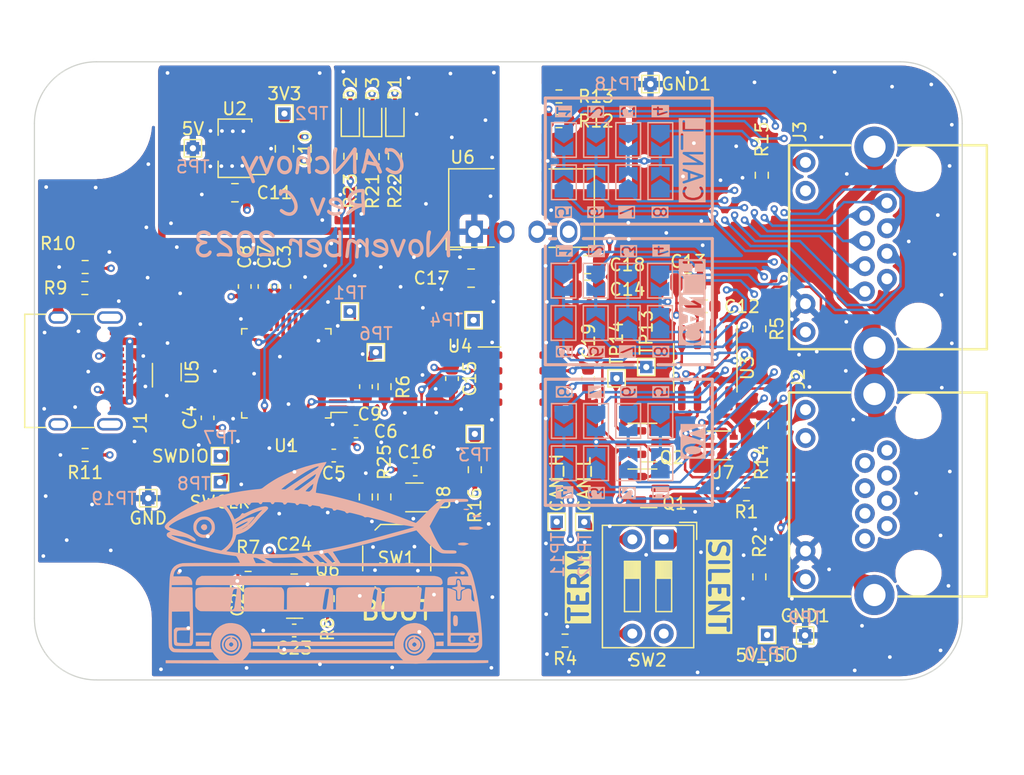
<source format=kicad_pcb>
(kicad_pcb (version 20221018) (generator pcbnew)
  (title_block (title "CANchovy") (date "2023-11-30") (rev "C") (company "N/A"))
  (layers (0 "F.Cu" signal) (1 "In1.Cu" signal) (2 "In2.Cu" signal) (31 "B.Cu" signal) (34 "B.Paste" user) (35 "F.Paste" user) (36 "B.SilkS" user "B.Silkscreen") (37 "F.SilkS" user "F.Silkscreen") (38 "B.Mask" user) (39 "F.Mask" user) (44 "Edge.Cuts" user))
  (net 0 "")
  (net 1 "+3.3V")
  (net 2 "GND")
  (net 3 "/NRST")
  (net 4 "+5V")
  (net 5 "5V_ISO")
  (net 6 "Net-(D1-K)")
  (net 7 "Net-(D2-K)")
  (net 8 "Net-(D3-K)")
  (net 9 "/CC1")
  (net 10 "/USB_DP")
  (net 11 "/USB_DN")
  (net 13 "/CC2")
  (net 15 "/USB_SHIELD")
  (net 16 "/RJ45_1")
  (net 17 "/RJ45_2")
  (net 18 "/RJ45_3")
  (net 19 "/RJ45_4")
  (net 20 "/RJ45_5")
  (net 21 "/RJ45_6")
  (net 22 "/RJ45_7")
  (net 23 "/RJ45_8")
  (net 24 "GND1")
  (net 30 "/LED_2A")
  (net 31 "Net-(Q6-B)")
  (net 42 "/~{BUFF_OE}")
  (net 43 "/RJ45_SH")
  (net 44 "Net-(J2-Pad9)")
  (net 46 "/LED_1A")
  (net 47 "Net-(J3-Pad9)")
  (net 48 "/CAN_H")
  (net 56 "/CAN_L")
  (net 57 "/SILENT_EN")
  (net 63 "Net-(R4-Pad2)")
  (net 64 "/CAN_RX_BOOT")
  (net 65 "Net-(R12-Pad2)")
  (net 66 "/CAN_TX")
  (net 67 "/CAN_RX_ISO")
  (net 68 "/LED_GREEN")
  (net 69 "/LED_BLUE")
  (net 70 "/SWDIO")
  (net 71 "/SWCLK")
  (net 72 "/CAN_TX_ISO")
  (net 77 "Net-(Q1-D)")
  (net 78 "Net-(Q2-D)")
  (net 79 "Net-(U8-Y)")
  (net 80 "/STBY_CTRL")
  (net 81 "/CAN_RX_UB")
  (footprint "Resistor_SMD:R_0603_1608Metric" (layer "F.Cu") (at 113.3 86.275 90)
    (fp_text reference "R6")
    (fp_text value "10k")
  )
  (footprint "TestPoint:TestPoint_THTPad_1.0x1.0mm_Drill0.5mm" (layer "F.Cu") (at 132.06 85.6)
    (fp_text reference "TP14")
    (fp_text value "TestPoint")
  )
  (footprint "TestPoint:TestPoint_THTPad_1.0x1.0mm_Drill0.5mm" (layer "F.Cu") (at 100 94)
    (fp_text reference "TP8")
    (fp_text value "TestPoint")
  )
  (footprint "Resistor_SMD:R_0603_1608Metric" (layer "F.Cu") (at 113.2875 95.2 90)
    (fp_text reference "R25")
    (fp_text value "1k")
  )
  (footprint "Resistor_SMD:R_0603_1608Metric" (layer "F.Cu") (at 142.555 94.98 180)
    (fp_text reference "R1")
    (fp_text value "10k")
  )
  (footprint "Package_TO_SOT_SMD:SOT-363_SC-70-6" (layer "F.Cu") (at 95.7 85.1 90)
    (fp_text reference "U5")
    (fp_text value "TPD4E1U06DCKR")
  )
  (footprint "Capacitor_SMD:C_0603_1608Metric" (layer "F.Cu") (at 106 106 180)
    (fp_text reference "C23")
    (fp_text value "100nF")
  )
  (footprint "Package_QFP:LQFP-48_7x7mm_P0.5mm" (layer "F.Cu") (at 105.3625 85.2 180)
    (fp_text reference "U1")
    (fp_text value "STM32G431C8T6")
  )
  (footprint "TestPoint:TestPoint_THTPad_1.0x1.0mm_Drill0.5mm" (layer "F.Cu") (at 105.21 64.19 180)
    (fp_text reference "TP2")
    (fp_text value "TestPoint")
  )
  (footprint "MountingHole:MountingHole_4.3mm_M4" (layer "F.Cu") (at 90 65)
    (fp_text reference "H1" hide)
    (fp_text value "M4")
  )
  (footprint "Resistor_SMD:R_0603_1608Metric" (layer "F.Cu") (at 127.4 64.8)
    (fp_text reference "R12")
    (fp_text value "120R")
  )
  (footprint "Capacitor_SMD:C_0603_1608Metric" (layer "F.Cu") (at 115.7875 92.975)
    (fp_text reference "C16")
    (fp_text value "100nF")
  )
  (footprint "Resistor_SMD:R_0603_1608Metric" (layer "F.Cu") (at 143.6 81.6 -90)
    (fp_text reference "R5")
    (fp_text value "510R")
  )
  (footprint "Resistor_SMD:R_0603_1608Metric" (layer "F.Cu") (at 143.8 89.425 90)
    (fp_text reference "R14")
    (fp_text value "1k")
  )
  (footprint "Capacitor_SMD:C_0805_2012Metric" (layer "F.Cu") (at 137.85 77.83)
    (fp_text reference "C13")
    (fp_text value "1uF")
  )
  (footprint "TestPoint:TestPoint_THTPad_1.0x1.0mm_Drill0.5mm" (layer "F.Cu") (at 100 91.9)
    (fp_text reference "TP7")
    (fp_text value "TestPoint")
  )
  (footprint "Resistor_SMD:R_0603_1608Metric" (layer "F.Cu") (at 112.34 67.6675 -90)
    (fp_text reference "R21")
    (fp_text value "1k")
  )
  (footprint "Capacitor_SMD:C_0603_1608Metric" (layer "F.Cu") (at 99 88.8 90)
    (fp_text reference "C4")
    (fp_text value "100nF")
  )
  (footprint "CANchovy_PCB:KH-RJ45-56-8P8C-D" (layer "F.Cu") (at 151.255 75 90)
    (fp_text reference "J3")
    (fp_text value "KH-RJ45-56-8P8C-D")
  )
  (footprint "LED_SMD:LED_0603_1608Metric" (layer "F.Cu") (at 112.34 64.5675 90)
    (fp_text reference "D3")
    (fp_text value "Green")
  )
  (footprint "Resistor_SMD:R_0603_1608Metric" (layer "F.Cu") (at 89.075 78.3)
    (fp_text reference "R9")
    (fp_text value "0R")
  )
  (footprint "Capacitor_SMD:C_0805_2012Metric" (layer "F.Cu") (at 103.1 103.45 90)
    (fp_text reference "C22")
    (fp_text value "4.7uF")
  )
  (footprint "Connector_USB:USB_C_Receptacle_XKB_U262-16XN-4BVC11" (layer "F.Cu") (at 88 85 -90)
    (fp_text reference "J1")
    (fp_text value "USB_C_Receptacle_USB2.0")
  )
  (footprint "CANchovy_PCB:KH-RJ45-56-8P8C-D" (layer "F.Cu") (at 151.255 95 90)
    (fp_text reference "J2")
    (fp_text value "KH-RJ45-56-8P8C-D")
  )
  (footprint "MountingHole:MountingHole_4.3mm_M4" (layer "F.Cu") (at 90 105)
    (fp_text reference "H2" hide)
    (fp_text value "M4")
  )
  (footprint "TestPoint:TestPoint_THTPad_1.0x1.0mm_Drill0.5mm" (layer "F.Cu") (at 112.6 83.5)
    (fp_text reference "TP6")
    (fp_text value "TestPoint")
  )
  (footprint "Capacitor_SMD:C_0805_2012Metric" (layer "F.Cu") (at 129.7 78.4 180)
    (fp_text reference "C14")
    (fp_text value "4.7uF")
  )
  (footprint "Package_SO:SOIC-8_3.9x4.9mm_P1.27mm" (layer "F.Cu") (at 139.235 84.75 -90)
    (fp_text reference "U3")
    (fp_text value "TJA1051T-3")
  )
  (footprint "TestPoint:TestPoint_THTPad_1.0x1.0mm_Drill0.5mm" (layer "F.Cu") (at 120.5 80.9)
    (fp_text reference "TP4")
    (fp_text value "TestPoint")
  )
  (footprint "Capacitor_SMD:C_0603_1608Metric" (layer "F.Cu") (at 109.2 91.85 180)
    (fp_text reference "C5")
    (fp_text value "100nF")
  )
  (footprint "TestPoint:TestPoint_THTPad_1.0x1.0mm_Drill0.5mm" (layer "F.Cu") (at 134.46 84.69)
    (fp_text reference "TP13")
    (fp_text value "TestPoint")
  )
  (footprint "Capacitor_SMD:C_0603_1608Metric" (layer "F.Cu") (at 129.7575 85.63 -90)
    (fp_text reference "C19")
    (fp_text value "100nF")
  )
  (footprint "Resistor_SMD:R_0603_1608Metric" (layer "F.Cu") (at 114.14 67.6425 -90)
    (fp_text reference "R22")
    (fp_text value "1k")
  )
  (footprint "Package_TO_SOT_SMD:SOT-353_SC-70-5" (layer "F.Cu") (at 115.7175 95.235 180)
    (fp_text reference "U8")
    (fp_text value "NC7SZ125P5X")
  )
  (footprint "TestPoint:TestPoint_THTPad_1.0x1.0mm_Drill0.5mm" (layer "F.Cu") (at 144.23 106.36)
    (fp_text reference "TP10")
    (fp_text value "TestPoint")
  )
  (footprint "Resistor_SMD:R_0603_1608Metric" (layer "F.Cu") (at 108.7 103.425 90)
    (fp_text reference "R8")
    (fp_text value "100k")
  )
  (footprint "Resistor_SMD:R_0603_1608Metric" (layer "F.Cu") (at 127.4 62.8 180)
    (fp_text reference "R13")
    (fp_text value "120R")
  )
  (footprint "Capacitor_SMD:C_0603_1608Metric" (layer "F.Cu") (at 111 89.9)
    (fp_text reference "C6")
    (fp_text value "100nF")
  )
  (footprint "Resistor_SMD:R_0603_1608Metric" (layer "F.Cu") (at 127.895 106.82)
    (fp_text reference "R4")
    (fp_text value "120R")
  )
  (footprint "TestPoint:TestPoint_THTPad_1.0x1.0mm_Drill0.5mm" (layer "F.Cu") (at 134.8 61.8)
    (fp_text reference "TP18")
    (fp_text value "TestPoint")
  )
  (footprint "Capacitor_SMD:C_0805_2012Metric" (layer "F.Cu") (at 106 100.7)
    (fp_text reference "C24")
    (fp_text value "4.7uF")
  )
  (footprint "Capacitor_SMD:C_0805_2012Metric" (layer "F.Cu") (at 129.7 76.4 180)
    (fp_text reference "C18")
    (fp_text value "4.7uF")
  )
  (footprint "Converter_DCDC:Converter_DCDC_Murata_CRE1xxxxxx3C_THT" (layer "F.Cu") (at 120.5625 73.7475 90)
    (fp_text reference "U6")
    (fp_text value "B0505S-1WR3")
  )
  (footprint "TestPoint:TestPoint_THTPad_1.0x1.0mm_Drill0.5mm" (layer "F.Cu") (at 147.3 106.4)
    (fp_text reference "TP9")
    (fp_text value "TestPoint")
  )
  (footprint "Resistor_SMD:R_0603_1608Metric" (layer "F.Cu") (at 89.1 76.6 180)
    (fp_text reference "R10")
    (fp_text value "5.1k")
  )
  (footprint "Resistor_SMD:R_0603_1608Metric" (layer "F.Cu") (at 111.7875 95.2 90)
    (fp_text reference "R3" hide)
    (fp_text value "100k")
  )
  (footprint "Capacitor_SMD:C_0603_1608Metric" (layer "F.Cu") (at 103.6 78.175 90)
    (fp_text reference "C7")
    (fp_text value "100nF")
  )
  (footprint "Resistor_SMD:R_0603_1608Metric" (layer "F.Cu") (at 120.6 92.995 90)
    (fp_text reference "R16")
    (fp_text value "10k")
  )
  (footprint "Resistor_SMD:R_0603_1608Metric" (layer "F.Cu") (at 89.1 91.8 180)
    (fp_text reference "R11")
    (fp_text value "5.1k")
  )
  (footprint "LED_SMD:LED_0603_1608Metric" (layer "F.Cu") (at 110.54 64.5425 90)
    (fp_text reference "D2")
    (fp_text value "Blue")
  )
  (footprint "Capacitor_SMD:C_0603_1608Metric" (layer "F.Cu") (at 139.235 79.775)
    (fp_text reference "C12")
    (fp_text value "100nF")
  )
  (footprint "Capacitor_SMD:C_0805_2012Metric" (layer "F.Cu") (at 105.21 67.04 -90)
    (fp_text reference "C10")
    (fp_text value "1uF")
  )
  (footprint "TestPoint:TestPoint_THTPad_1.0x1.0mm_Drill0.5mm" (layer "F.Cu") (at 129.45 97.22)
    (fp_text reference "TP12")
    (fp_text value "TestPoint")
  )
  (footprint "TestPoint:TestPoint_THTPad_1.0x1.0mm_Drill0.5mm" (layer "F.Cu") (at 110.5 80.2 180)
    (fp_text reference "TP1")
    (fp_text value "TestPoint")
  )
  (footprint "Resistor_SMD:R_0603_1608Metric" (layer "F.Cu") (at 143.8 69.175 -90)
    (fp_text reference "R15")
    (fp_text value "1k")
  )
  (footprint "Capacitor_SMD:C_0805_2012Metric" (layer "F.Cu") (at 120.3 77.5 180)
    (fp_text reference "C17")
    (fp_text value "4.7uF")
  )
  (footprint "Capacitor_SMD:C_0603_1608Metric" (layer "F.Cu") (at 105.2 78.175 90)
    (fp_text reference "C3")
    (fp_text value "100nF")
  )
  (footprint "TestPoint:TestPoint_THTPad_1.0x1.0mm_Drill0.5mm" (layer "F.Cu") (at 94.2 95.3)
    (fp_text reference "TP19")
    (fp_text value "TestPoint")
  )
  (footprint "Package_TO_SOT_SMD:SOT-23" (layer "F.Cu") (at 134.6625 94.5)
    (fp_text reference "Q1")
    (fp_text value "AO3401A")
  )
  (footprint "Resistor_SMD:R_0603_1608Metric" (layer "F.Cu") (at 110.54 67.6425 -90)
    (fp_text reference "R23")
    (fp_text value "1k")
  )
  (footprint "Button_Switch_THT:SW_DIP_SPSTx02_Slide_9.78x7.26mm_W7.62mm_P2.54mm" (layer "F.Cu") (at 135.875 98.6325 -90)
    (fp_text reference "SW2")
    (fp_text value "DSWB02LHGET")
  )
  (footprint "Capacitor_SMD:C_0805_2012Metric" (layer "F.Cu") (at 101.21 70.59)
    (fp_text reference "C11")
    (fp_text value "1uF")
  )
  (footprint "Capacitor_SMD:C_0603_1608Metric" (layer "F.Cu") (at 102 78.175 90)
    (fp_text reference "C8")
    (fp_text value "100nF")
  )
  (footprint "TestPoint:TestPoint_THTPad_1.0x1.0mm_Drill0.5mm" (layer "F.Cu") (at 120.6 90.1 180)
    (fp_text reference "TP3")
    (fp_text value "TestPoint")
  )
  (footprint "Package_TO_SOT_SMD:SOT-23" (layer "F.Cu") (at 134.6625 90.8)
    (fp_text reference "Q2")
    (fp_text value "AO3401A")
  )
  (footprint "Package_TO_SOT_SMD:SOT-89-3" (layer "F.Cu") (at 101.21 66.99 180)
    (fp_text reference "U2")
    (fp_text value "HT7533-1")
  )
  (footprint "Capacitor_SMD:C_0603_1608Metric" (layer "F.Cu") (at 118.7575 85.63 -90)
    (fp_text reference "C15")
    (fp_text value "100nF")
  )
  (footprint "LED_SMD:LED_0603_1608Metric" (layer "F.Cu") (at 114.14 64.5425 90)
    (fp_text reference "D1")
    (fp_text value "Red")
  )
  (footprint "Package_SO:SOIC-8_3.9x4.9mm_P1.27mm" (layer "F.Cu") (at 124.325 85.63)
    (fp_text reference "U4")
    (fp_text value "ADuM1201BR")
  )
  (footprint "Capacitor_SMD:C_0603_1608Metric" (layer "F.Cu") (at 111.8 86.275 -90)
    (fp_text reference "C9")
    (fp_text value "100nF")
  )
  (footprint "Button_Switch_SMD:SW_Push_1P1T_XKB_TS-1187A" (layer "F.Cu") (at 114.2875 100.175)
    (fp_text reference "SW1")
    (fp_text value "BOOT")
  )
  (footprint "TestPoint:TestPoint_THTPad_1.0x1.0mm_Drill0.5mm" (layer "F.Cu") (at 97.81 66.99 180)
    (fp_text reference "TP5")
    (fp_text value "TestPoint")
  )
  (footprint "TestPoint:TestPoint_THTPad_1.0x1.0mm_Drill0.5mm" (layer "F.Cu") (at 127.22 97.21)
    (fp_text reference "TP11")
    (fp_text value "TestPoint")
  )
  (footprint "Resistor_SMD:R_0603_1608Metric" (layer "F.Cu") (at 143.6 101.6625 -90)
    (fp_text reference "R2")
    (fp_text value "510R")
  )
  (footprint "Resistor_SMD:R_0603_1608Metric" (layer "F.Cu") (at 102.275 100.7)
    (fp_text reference "R7")
    (fp_text value "1M")
  )
  (footprint "Package_TO_SOT_SMD:SOT-363_SC-70-6" (layer "F.Cu") (at 140.58 91.025)
    (fp_text reference "U7")
    (fp_text value "TPD4E1U06DCKR")
  )
  (footprint "Package_TO_SOT_SMD:SOT-23" (layer "F.Cu") (at 106.0375 103.45)
    (fp_text reference "Q6")
    (fp_text value "SS8050")
  )
  (footprint "Jumper:SolderJumper-2_P1.3mm_Open_TrianglePad1.0x1.5mm" (layer "B.Cu") (at 127.8 66.322501 -90)
    (fp_text reference "JP9" hide)
    (fp_text value "OPT_1")
  )
  (footprint "Jumper:SolderJumper-2_P1.3mm_Open_TrianglePad1.0x1.5mm" (layer "B.Cu") (at 133 66.322502 -90)
    (fp_text reference "JP11" hide)
    (fp_text value "OPT_3")
  )
  (footprint "LOGO" (layer "B.Cu") (at 108.801595 100.250486 180)
    (fp_text reference "G***" hide)
    (fp_text value "LOGO" hide)
  )
  (footprint "Jumper:SolderJumper-2_P1.3mm_Open_TrianglePad1.0x1.5mm" (layer "B.Cu") (at 127.8 89.05 -90)
    (fp_text reference "JP24" hide)
    (fp_text value "OPT_8")
  )
  (footprint "Jumper:SolderJumper-2_P1.3mm_Open_TrianglePad1.0x1.5mm" (layer "B.Cu") (at 130.4 69.747501 90)
    (fp_text reference "JP14" hide)
    (fp_text value "OPT_6")
  )
  (footprint "Jumper:SolderJumper-2_P1.3mm_Open_TrianglePad1.0x1.5mm" (layer "B.Cu") (at 135.6 69.747501 90)
    (fp_text reference "JP16" hide)
    (fp_text value "OPT_8")
  )
  (footprint "Jumper:SolderJumper-2_P1.3mm_Open_TrianglePad1.0x1.5mm" (layer "B.Cu") (at 127.77 77.70375 -90)
    (fp_text reference "JP1" hide)
    (fp_text value "OPT_1")
  )
  (footprint "Jumper:SolderJumper-2_P1.3mm_Open_TrianglePad1.0x1.5mm" (layer "B.Cu") (at 127.8 92.475 90)
    (fp_text reference "JP20" hide)
    (fp_text value "OPT_4")
  )
  (footprint "Jumper:SolderJumper-2_P1.3mm_Open_TrianglePad1.0x1.5mm" (layer "B.Cu") (at 127.8 69.747501 90)
    (fp_text reference "JP13" hide)
    (fp_text value "OPT_5")
  )
  (footprint "Jumper:SolderJumper-2_P1.3mm_Open_TrianglePad1.0x1.5mm" (layer "B.Cu") (at 133 89.05 -90)
    (fp_text reference "JP22" hide)
    (fp_text value "OPT_6")
  )
  (footprint "Jumper:SolderJumper-2_P1.3mm_Open_TrianglePad1.0x1.5mm" (layer "B.Cu") (at 132.97 81.12875 90)
    (fp_text reference "JP7" hide)
    (fp_text value "OPT_7")
  )
  (footprint "Jumper:SolderJumper-2_P1.3mm_Open_TrianglePad1.0x1.5mm" (layer "B.Cu") (at 130.4 89.05 -90)
    (fp_text reference "JP23" hide)
    (fp_text value "OPT_7")
  )
  (footprint "Jumper:SolderJumper-2_P1.3mm_Open_TrianglePad1.0x1.5mm" (layer "B.Cu") (at 133 69.747501 90)
    (fp_text reference "JP15" hide)
    (fp_text value "OPT_7")
  )
  (footprint "Jumper:SolderJumper-2_P1.3mm_Open_TrianglePad1.0x1.5mm" (layer "B.Cu") (at 130.37 81.12875 90)
    (fp_text reference "JP6" hide)
    (fp_text value "OPT_6")
  )
  (footprint "Jumper:SolderJumper-2_P1.3mm_Open_TrianglePad1.0x1.5mm" (layer "B.Cu") (at 133 92.475 90)
    (fp_text reference "JP18" hide)
    (fp_text value "OPT_2")
  )
  (footprint "Jumper:SolderJumper-2_P1.3mm_Open_TrianglePad1.0x1.5mm" (layer "B.Cu") (at 135.6 92.475 90)
    (fp_text reference "JP17" hide)
    (fp_text value "OPT_1")
  )
  (footprint "Jumper:SolderJumper-2_P1.3mm_Open_TrianglePad1.0x1.5mm" (layer "B.Cu") (at 135.57 77.703751 -90)
    (fp_text reference "JP4" hide)
    (fp_text value "OPT_4")
  )
  (footprint "Jumper:SolderJumper-2_P1.3mm_Open_TrianglePad1.0x1.5mm" (layer "B.Cu") (at 135.6 89.05 -90)
    (fp_text reference "JP21" hide)
    (fp_text value "OPT_5")
  )
  (footprint "Jumper:SolderJumper-2_P1.3mm_Open_TrianglePad1.0x1.5mm" (layer "B.Cu") (at 130.37 77.703751 -90)
    (fp_text reference "JP2" hide)
    (fp_text value "OPT_2")
  )
  (footprint "Jumper:SolderJumper-2_P1.3mm_Open_TrianglePad1.0x1.5mm" (layer "B.Cu") (at 127.77 81.12875 90)
    (fp_text reference "JP5" hide)
    (fp_text value "OPT_5")
  )
  (footprint "Jumper:SolderJumper-2_P1.3mm_Open_TrianglePad1.0x1.5mm" (layer "B.Cu") (at 130.4 92.475 90)
    (fp_text reference "JP19" hide)
    (fp_text value "OPT_3")
  )
  (footprint "Jumper:SolderJumper-2_P1.3mm_Open_TrianglePad1.0x1.5mm" (layer "B.Cu") (at 135.57 81.12875 90)
    (fp_text reference "JP8" hide)
    (fp_text value "OPT_8")
  )
  (footprint "Jumper:SolderJumper-2_P1.3mm_Open_TrianglePad1.0x1.5mm" (layer "B.Cu") (at 135.6 66.322502 -90)
    (fp_text reference "JP12" hide)
    (fp_text value "OPT_4")
  )
  (footprint "Jumper:SolderJumper-2_P1.3mm_Open_TrianglePad1.0x1.5mm" (layer "B.Cu") (at 130.4 66.322502 -90)
    (fp_text reference "JP10" hide)
    (fp_text value "OPT_2")
  )
  (footprint "Jumper:SolderJumper-2_P1.3mm_Open_TrianglePad1.0x1.5mm" (layer "B.Cu") (at 132.97 77.703751 -90)
    (fp_text reference "JP3" hide)
    (fp_text value "OPT_3")
  )
  (gr_line (start 126.3 95.875) (end 139.8 95.875) (stroke (width 0.25)) (layer "B.SilkS"))
  (gr_line (start 126.3 74.9) (end 126.3 84.50375) (stroke (width 0.25)) (layer "B.SilkS"))
  (gr_line (start 139.8 95.875) (end 139.8 85.675) (stroke (width 0.25)) (layer "B.SilkS"))
  (gr_line (start 139.8 74.30375) (end 129.37 74.3) (stroke (width 0.25)) (layer "B.SilkS"))
  (gr_line (start 135.4 84.5) (end 139.8 84.50375) (stroke (width 0.25)) (layer "B.SilkS"))
  (gr_line (start 126.3 72.68) (end 126.3 62.932501) (stroke (width 0.25)) (layer "B.SilkS"))
  (gr_line (start 126.62 73.13) (end 127.18 73.13) (stroke (width 0.25)) (layer "B.SilkS"))
  (gr_line (start 139.8 73.132501) (end 129.22 73.13) (stroke (width 0.25)) (layer "B.SilkS"))
  (gr_line (start 139.8 85.675) (end 132.89 85.67) (stroke (width 0.25)) (layer "B.SilkS"))
  (gr_line (start 126.3 62.932501) (end 139.8 62.932501) (stroke (width 0.25)) (layer "B.SilkS"))
  (gr_line (start 126.3 85.675) (end 126.3 95.875) (stroke (width 0.25)) (layer "B.SilkS"))
  (gr_line (start 126.3 84.50375) (end 133.4 84.5) (stroke (width 0.25)) (layer "B.SilkS"))
  (gr_line (start 139.8 62.932501) (end 139.8 73.132501) (stroke (width 0.25)) (layer "B.SilkS"))
  (gr_line (start 139.8 84.50375) (end 139.8 74.30375) (stroke (width 0.25)) (layer "B.SilkS"))
  (gr_line (start 126.66 74.31) (end 127.15 74.31) (stroke (width 0.25)) (layer "B.SilkS"))
  (gr_line (start 126.3 85.675) (end 131.11 85.67) (stroke (width 0.25)) (layer "B.SilkS"))
  (gr_arc locked (start 160 105) (mid 158.535534 108.535534) (end 155 110) (stroke (width 0.1)) (layer "Edge.Cuts"))
  (gr_line locked (start 155 110) (end 90 110) (stroke (width 0.1)) (layer "Edge.Cuts"))
  (gr_line locked (start 160 65) (end 160 105) (stroke (width 0.1)) (layer "Edge.Cuts"))
  (gr_arc locked (start 85 65) (mid 86.464466 61.464466) (end 90 60) (stroke (width 0.1)) (layer "Edge.Cuts"))
  (gr_line locked (start 90 60) (end 155 60) (stroke (width 0.1)) (layer "Edge.Cuts"))
  (gr_arc locked (start 155 60) (mid 158.535534 61.464466) (end 160 65) (stroke (width 0.1)) (layer "Edge.Cuts"))
  (gr_arc locked (start 90 110) (mid 86.464466 108.535534) (end 85 105) (stroke (width 0.1)) (layer "Edge.Cuts"))
  (gr_line locked (start 85 105) (end 85 65) (stroke (width 0.1)) (layer "Edge.Cuts"))
  (gr_text "6" (at 129.74 71.59 270) (layer "B.SilkS" knockout) (effects (font (size 1 1)) (justify right bottom mirror)))
  (gr_text "4" (at 135.004673 75.865718 270) (layer "B.SilkS" knockout) (effects (font (size 1 1)) (justify left bottom mirror)))
  (gr_text "CAN_H" (at 137.3 79.40375 -90) (layer "B.SilkS" knockout) (effects (font (size 1.5 1.5) (thickness 0.2)) (justify bottom mirror)))
  (gr_text "8" (at 134.94 71.59 270) (layer "B.SilkS" knockout) (effects (font (size 1 1)) (justify right bottom mirror)))
  (gr_text "8" (at 135.004673 82.865718 270) (layer "B.SilkS" knockout) (effects (font (size 1 1)) (justify right bottom mirror)))
  (gr_text "1" (at 127.204673 75.865718 270) (layer "B.SilkS" knockout) (effects (font (size 1 1)) (justify left bottom mirror)))
  (gr_text "3" (at 129.8 94.275 270) (layer "B.SilkS" knockout) (effects (font (size 1 1)) (justify right bottom mirror)))
  (gr_text "2" (at 129.804673 75.865718 270) (layer "B.SilkS" knockout) (effects (font (size 1 1)) (justify left bottom mirror)))
  (gr_text "8" (at 127.2 87.275 270) (layer "B.SilkS" knockout) (effects (font (size 1 1)) (justify left bottom mirror)))
  (gr_text "4" (at 134.94 64.59 270) (layer "B.SilkS" knockout) (effects (font (size 1 1)) (justify left bottom mirror)))
  (gr_text "0V" (at 137.3 90.775 -90) (layer "B.SilkS" knockout) (effects (font (size 1.5 1.5) (thickness 0.2)) (justify bottom mirror)))
  (gr_text "1" (at 127.14 64.59 270) (layer "B.SilkS" knockout) (effects (font (size 1 1)) (justify left bottom mirror)))
  (gr_text "2" (at 132.3 94.275 270) (layer "B.SilkS" knockout) (effects (font (size 1 1)) (justify right bottom mirror)))
  (gr_text "5" (at 127.14 71.59 270) (layer "B.SilkS" knockout) (effects (font (size 1 1)) (justify right bottom mirror)))
  (gr_text "7" (at 129.8 87.275 270) (layer "B.SilkS" knockout) (effects (font (size 1 1)) (justify left bottom mirror)))
  (gr_text "1" (at 135 94.275 270) (layer "B.SilkS" knockout) (effects (font (size 1 1)) (justify right bottom mirror)))
  (gr_text "4" (at 127.2 94.275 270) (layer "B.SilkS" knockout) (effects (font (size 1 1)) (justify right bottom mirror)))
  (gr_text "7" (at 132.24 71.59 270) (layer "B.SilkS" knockout) (effects (font (size 1 1)) (justify right bottom mirror)))
  (gr_text "7" (at 132.304673 82.865718 270) (layer "B.SilkS" knockout) (effects (font (size 1 1)) (justify right bottom mirror)))
  (gr_text "6" (at 129.804673 82.865718 270) (layer "B.SilkS" knockout) (effects (font (size 1 1)) (justify right bottom mirror)))
  (gr_text "6" (at 132.4 87.275 270) (layer "B.SilkS" knockout) (effects (font (size 1 1)) (justify left bottom mirror)))
  (gr_text "2" (at 129.74 64.59 270) (layer "B.SilkS" knockout) (effects (font (size 1 1)) (justify left bottom mirror)))
  (gr_text "3" (at 132.404673 75.865718 270) (layer "B.SilkS" knockout) (effects (font (size 1 1)) (justify left bottom mirror)))
  (gr_text "5" (at 127.204673 82.865718 270) (layer "B.SilkS" knockout) (effects (font (size 1 1)) (justify right bottom mirror)))
  (gr_text "5" (at 135 87.275 270) (layer "B.SilkS" knockout) (effects (font (size 1 1)) (justify left bottom mirror)))
  (gr_text "3" (at 132.34 64.59 270) (layer "B.SilkS" knockout) (effects (font (size 1 1)) (justify left bottom mirror)))
  (gr_text "CAN_L" (at 137.3 68.032501 -90) (layer "B.SilkS" knockout) (effects (font (size 1.5 1.5) (thickness 0.2)) (justify bottom mirror)))
  (gr_text "5V_ISO" (at 144.2 108.6) (layer "F.SilkS") (effects (font (size 1 1)) (justify bottom)))
  (gr_text "GND" (at 94.2 97.5) (layer "F.SilkS") (effects (font (size 1 1)) (justify bottom)))
  (gr_text "5V" (at 97.81 66) (layer "F.SilkS") (effects (font (size 1 1)) (justify bottom)))
  (gr_text "SWDIO" (at 96.8 91.9) (layer "F.SilkS") (effects (font (size 1 1))))
  (gr_text "SWCLK" (at 100 96.2) (layer "F.SilkS") (effects (font (size 1 1)) (justify bottom)))
  (gr_text "GND1" (at 135.6 61.8) (layer "F.SilkS") (effects (font (size 1 1)) (justify left)))
  (gr_text "GND1" (at 147.3 105.4) (layer "F.SilkS") (effects (font (size 1 1)) (justify bottom)))
  (gr_text "CAN_H" (at 127.22 96.51 90) (layer "F.SilkS") (effects (font (size 1 1)) (justify left)))
  (gr_text "BOOT" (at 114.2875 105.275) (layer "F.SilkS") (effects (font (size 1.5 1.5) (thickness 0.25) bold) (justify bottom)))
  (gr_text "SILENT" (at 139.4 102.4 270) (layer "F.SilkS" knockout) (effects (font (size 1.5 1.5) (thickness 0.3) bold) (justify bottom)))
  (gr_text "3V3" (at 105.21 63.17) (layer "F.SilkS") (effects (font (size 1 1)) (justify bottom)))
  (gr_text "CAN_L" (at 129.45 96.52 90) (layer "F.SilkS") (effects (font (size 1 1)) (justify left)))
  (gr_text "TERM" (at 129.89 102.4 90) (layer "F.SilkS" knockout) (effects (font (size 1.5 1.5) (thickness 0.3) bold) (justify bottom)))
  (gr_text_box "CANchovy\nRev C\nNovember 2023" (start 94.64 65.54) (end 121.98 77.31) (layer "B.SilkS") (effects (font (size 2 2) (thickness 0.25)) (justify top mirror)))
  (segment (start 105.21 66.09) (end 106.85 66.09) (width 0.3) (layer "F.Cu") (net 1))
  (segment (start 114.14 63.755) (end 114.14 62.5175) (width 0.2) (layer "F.Cu") (net 1))
  (segment (start 100.95 78.95) (end 100.9 79) (width 0.2) (layer "F.Cu") (net 1))
  (segment (start 105.2 78.95) (end 105.15 78.95) (width 0.2) (layer "F.Cu") (net 1))
  (segment (start 109.975 91.85) (end 110.225 91.6) (width 0.2) (layer "F.Cu") (net 1))
  (segment (start 108.1125 90.6125) (end 108.5 91) (width 0.2) (layer "F.Cu") (net 1))
  (segment (start 104.6125 81.0375) (end 104.6125 79.5375) (width 0.2) (layer "F.Cu") (net 1))
  (segment (start 111.2875 103.1875) (end 111.3 103.2) (width 0.2) (layer "F.Cu") (net 1))
  (segment (start 120.6 93.82) (end 120.6 94.9) (width 0.25) (layer "F.Cu") (net 1))
  (segment (start 115.0125 92.975) (end 113.825 92.975) (width 0.2) (layer "F.Cu") (net 1))
  (segment (start 101.2 87.95) (end 100.05 87.95) (width 0.2) (layer "F.Cu") (net 1))
  (segment (start 118.7575 84.855) (end 119.8875 83.725) (width 0.2) (layer "F.Cu") (net 1))
  (segment (start 104.6125 79.5375) (end 105.2 78.95) (width 0.2) (layer "F.Cu") (net 1))
  (segment (start 105.05 100.7) (end 105.05 100.55) (width 0.2) (layer "F.Cu") (net 1))
  (segment (start 104.1125 81.0375) (end 104.1125 79.4625) (width 0.2) (layer "F.Cu") (net 1))
  (segment (start 110.25 89.9) (end 110.225 89.9) (width 0.2) (layer "F.Cu") (net 1))
  (segment (start 108.7 104.25) (end 108.7 105.5) (width 0.2) (layer "F.Cu") (net 1))
  (segment (start 114.9775 95.885) (end 115.6875 95.175) (width 0.2) (layer "F.Cu") (net 1))
  (segment (start 118.7575 84.855) (end 117.441523 84.855) (width 0.2) (layer "F.Cu") (net 1))
  (segment (start 109.125 91) (end 109.975 91.85) (width 0.2) (layer "F.Cu") (net 1))
  (segment (start 115.6875 93.65) (end 115.0125 92.975) (width 0.2) (layer "F.Cu") (net 1))
  (segment (start 101.45 100.7) (end 101.45 101.95) (width 0.2) (layer "F.Cu") (net 1))
  (segment (start 110.225 90.9) (end 110.225 89.9) (width 0.2) (layer "F.Cu") (net 1))
  (segment (start 104.1125 79.4625) (end 103.6 78.95) (width 0.2) (layer "F.Cu") (net 1))
  (segment (start 112.34 63.78) (end 112.34 62.6175) (width 0.2) (layer "F.Cu") (net 1))
  (segment (start 108.5 91) (end 109.125 91) (width 0.2) (layer "F.Cu") (net 1))
  (segment (start 110.225 91.6) (end 110.225 90.9) (width 0.2) (layer "F.Cu") (net 1))
  (segment (start 110.85 87.95) (end 111.1 88.2) (width 0.2) (layer "F.Cu") (net 1))
  (segment (start 100.05 87.95) (end 99.9 88.1) (width 0.2) (layer "F.Cu") (net 1))
  (segment (start 102.6125 79.753186) (end 102 79.140686) (width 0.2) (layer "F.Cu") (net 1))
  (segment (start 103.16 65.49) (end 103.26 65.59) (width 0.3) (layer "F.Cu") (net 1))
  (segment (start 110.8 90.9) (end 111.1 91.2) (width 0.2) (layer "F.Cu") (net 1))
  (segment (start 103.65 78.95) (end 104.4 78.2) (width 0.2) (layer "F.Cu") (net 1))
  (segment (start 99.9 88.675) (end 99 89.575) (width 0.2) (layer "F.Cu") (net 1))
  (segment (start 111.2875 102.05) (end 111.2875 103.1875) (width 0.2) (layer "F.Cu") (net 1))
  (segment (start 104.71 65.59) (end 105.21 66.09) (width 0.3) (layer "F.Cu") (net 1))
  (segment (start 105.21 64.19) (end 105.21 66.09) (width 0.3) (layer "F.Cu") (net 1))
  (segment (start 110.225 90.9) (end 110.8 90.9) (width 0.2) (layer "F.Cu") (net 1))
  (segment (start 105.15 78.95) (end 104.4 78.2) (width 0.2) (layer "F.Cu") (net 1))
  (segment (start 117.2875 103.0875) (end 117.3 103.1) (width 0.2) (layer "F.Cu") (net 1))
  (segment (start 101.45 101.95) (end 101.4 102) (width 0.2) (layer "F.Cu") (net 1))
  (segment (start 115.6875 95.175) (end 115.6875 93.65) (width 0.2) (layer "F.Cu") (net 1))
  (segment (start 117.2875 102.05) (end 117.2875 103.0875) (width 0.2) (layer "F.Cu") (net 1))
  (segment (start 109.525 87.95) (end 110.85 87.95) (width 0.2) (layer "F.Cu") (net 1))
  (segment (start 113.3 87.1) (end 113.3 88.4) (width 0.2) (layer "F.Cu") (net 1))
  (segment (start 103.26 65.59) (end 104.71 65.59) (width 0.3) (layer "F.Cu") (net 1))
  (segment (start 111.1 89.05) (end 110.25 89.9) (width 0.2) (layer "F.Cu") (net 1))
  (segment (start 99 89.575) (end 100.175 89.575) (width 0.2) (layer "F.Cu") (net 1))
  (segment (start 110.54 63.755) (end 110.54 62.5675) (width 0.2) (layer "F.Cu") (net 1))
  (segment (start 117.441523 84.855) (end 117.304706 84.718183) (width 0.2) (layer "F.Cu") (net 1))
  (segment (start 100.175 89.575) (end 100.2 89.6) (width 0.2) (layer "F.Cu") (net 1))
  (segment (start 102 78.95) (end 100.95 78.95) (width 0.2) (layer "F.Cu") (net 1))
  (segment (start 112.34 62.6175) (end 112.29 62.5675) (width 0.2) (layer "F.Cu") (net 1))
  (segment (start 114.7675 95.885) (end 114.9775 95.885) (width 0.2) (layer "F.Cu") (net 1))
  (segment (start 119.8875 83.725) (end 121.85 83.725) (width 0.2) (layer "F.Cu") (net 1))
  (segment (start 102.6125 81.0375) (end 102.6125 79.753186) (width 0.2) (layer "F.Cu") (net 1))
  (segment (start 113.825 92.975) (end 113.8 93) (width 0.2) (layer "F.Cu") (net 1))
  (segment (start 111.1 88.2) (end 111.1 89.05) (width 0.2) (layer "F.Cu") (net 1))
  (segment (start 105.05 100.55) (end 104 99.5) (width 0.2) (layer "F.Cu") (net 1))
  (segment (start 99.9 88.1) (end 99.9 88.675) (width 0.2) (layer "F.Cu") (net 1))
  (segment (start 106.85 66.09) (end 106.86 66.08) (width 0.3) (layer "F.Cu") (net 1))
  (segment (start 103.6 78.95) (end 103.65 78.95) (width 0.2) (layer "F.Cu") (net 1))
  (segment (start 108.1125 89.3625) (end 108.1125 90.6125) (width 0.2) (layer "F.Cu") (net 1))
  (segment (start 102 79.140686) (end 102 78.95) (width 0.2) (layer "F.Cu") (net 1))
  (via (at 104.4 78.2) (size 0.6) (drill 0.3) (layers "F.Cu" "B.Cu") (net 1))
  (via (at 112.29 62.5675) (size 0.6) (drill 0.3) (layers "F.Cu" "B.Cu") (net 1))
  (via (at 101.4 102) (size 0.6) (drill 0.3) (layers "F.Cu" "B.Cu") (net 1))
  (via (at 100.9 79) (size 0.6) (drill 0.3) (layers "F.Cu" "B.Cu") (net 1))
  (via (at 108.7 105.5) (size 0.6) (drill 0.3) (layers "F.Cu" "B.Cu") (net 1))
  (via (at 113.8 93) (size 0.6) (drill 0.3) (layers "F.Cu" "B.Cu") (net 1))
  (via (at 113.3 88.4) (size 0.6) (drill 0.3) (layers "F.Cu" "B.Cu") (net 1))
  (via (at 117.3 103.1) (size 0.6) (drill 0.3) (layers "F.Cu" "B.Cu") (net 1))
  (via (at 114.14 62.5175) (size 0.6) (drill 0.3) (layers "F.Cu" "B.Cu") (net 1))
  (via (at 104 99.5) (size 0.6) (drill 0.3) (layers "F.Cu" "B.Cu") (net 1))
  (via (at 110.54 62.5675) (size 0.6) (drill 0.3) (layers "F.Cu" "B.Cu") (net 1))
  (via (at 100.2 89.6) (size 0.6) (drill 0.3) (layers "F.Cu" "B.Cu") (net 1))
  (via (at 120.6 94.9) (size 0.6) (drill 0.3) (layers "F.Cu" "B.Cu") (net 1))
  (via (at 106.86 66.08) (size 0.6) (drill 0.3) (layers "F.Cu" "B.Cu") (net 1))
  (via (at 111.3 103.2) (size 0.6) (drill 0.3) (layers "F.Cu" "B.Cu") (net 1))
  (via (at 117.304706 84.718183) (size 0.6) (drill 0.3) (layers "F.Cu" "B.Cu") (net 1))
  (via (at 111.1 91.2) (size 0.6) (drill 0.3) (layers "F.Cu" "B.Cu") (net 1))
  (segment (start 101.2 87.45) (end 99.575 87.45) (width 0.2) (layer "F.Cu") (net 2))
  (segment (start 104.81 68.39) (end 105.21 67.99) (width 0.3) (layer "F.Cu") (net 2))
  (segment (start 99 88.025) (end 97.725 88.025) (width 0.2) (layer "F.Cu") (net 2))
  (segment (start 111.8 89.875) (end 111.775 89.9) (width 0.2) (layer "F.Cu") (net 2))
  (segment (start 106 78.2) (end 105.2 77.4) (width 0.2) (layer "F.Cu") (net 2))
  (segment (start 102.825 79.4) (end 103.1125 79.6875) (width 0.2) (layer "F.Cu") (net 2))
  (segment (start 88.275 91.8) (end 87.1 91.8) (width 0.2) (layer "F.Cu") (net 2))
  (segment (start 116.6675 93.08) (end 116.5625 92.975) (width 0.2) (layer "F.Cu") (net 2))
  (segment (start 103.26 68.39) (end 104.81 68.39) (width 0.3) (layer "F.Cu") (net 2))
  (segment (start 103.1 105.6) (end 103.5 106) (width 0.2) (layer "F.Cu") (net 2))
  (segment (start 105.37 104.67) (end 105.1 104.4) (width 0.2) (layer "F.Cu") (net 2))
  (segment (start 105.1125 79.8875) (end 105.3 79.7) (width 0.2) (layer "F.Cu") (net 2))
  (segment (start 105.37 105.27) (end 105.37 104.67) (width 0.2) (layer "F.Cu") (net 2))
  (segment (start 103.16 68.49) (end 103.16 69.340852) (width 0.3) (layer "F.Cu") (net 2))
  (segment (start 88.275 76.6) (end 87 76.6) (width 0.2) (layer "F.Cu") (net 2))
  (segment (start 111.7875 94.375) (end 111.7875 93.275) (width 0.2) (layer "F.Cu") (net 2))
  (segment (start 103.16 68.49) (end 103.26 68.39) (width 0.3) (layer "F.Cu") (net 2))
  (segment (start 116.6675 94.585) (end 116.6675 93.08) (width 0.2) (layer "F.Cu") (net 2))
  (segment (start 99.575 87.45) (end 99 88.025) (width 0.2) (layer "F.Cu") (net 2))
  (segment (start 105.8 79.7) (end 106 79.5) (width 0.2) (layer "F.Cu") (net 2))
  (segment (start 105.21 67.99) (end 106.79 67.99) (width 0.3) (layer "F.Cu") (net 2))
  (segment (start 106.79 67.99) (end 106.8 68) (width 0.3) (layer "F.Cu") (net 2))
  (segment (start 103.1125 79.6875) (end 103.1125 81.0375) (width 0.2) (layer "F.Cu") (net 2))
  (segment (start 102.16 70.340852) (end 102.16 70.59) (width 0.3) (layer "F.Cu") (net 2))
  (segment (start 111.8 87.05) (end 111.8 89.875) (width 0.2) (layer "F.Cu") (net 2))
  (segment (start 102.825 77.4) (end 102.825 76.325) (width 0.2) (layer "F.Cu") (net 2))
  (segment (start 102.825 77.4) (end 102.825 79.4) (width 0.2) (layer "F.Cu") (net 2))
  (segment (start 95.7 86.05) (end 95.7 87) (width 0.2) (layer "F.Cu") (net 2))
  (segment (start 103.16 69.340852) (end 102.16 70.340852) (width 0.3) (layer "F.Cu") (net 2))
  (segment (start 97.725 88.025) (end 97.7 88) (width 0.2) (layer "F.Cu") (net 2))
  (segment (start 105.225 106) (end 105.225 105.415) (width 0.2) (layer "F.Cu") (net 2))
  (segment (start 105.225 105.415) (end 105.37 105.27) (width 0.2) (layer "F.Cu") (net 2))
  (segment (start 102.16 71.96) (end 102.2 72) (width 0.6) (layer "F.Cu") (net 2))
  (segment (start 103.6 77.4) (end 102.825 77.4) (width 0.2) (layer "F.Cu") (net 2))
  (segment (start 105.225 106) (end 103.5 106) (width 0.2) (layer "F.Cu") (net 2))
  (segment (start 103.6 77.4) (end 102 77.4) (width 0.2) (layer "F.Cu") (net 2))
  (segment (start 104.4 77.4) (end 104.4 76.3) (width 0.2) (layer "F.Cu") (net 2))
  (segment (start 104.4 77.4) (end 103.6 77.4) (width 0.2) (layer "F.Cu") (net 2))
  (segment (start 105.1 104.4) (end 103.1 104.4) (width 0.2) (layer "F.Cu") (net 2))
  (segment (start 105.2 77.4) (end 104.4 77.4) (width 0.2) (layer "F.Cu") (net 2))
  (segment (start 106 79.5) (end 106 78.2) (width 0.2) (layer "F.Cu") (net 2))
  (segment (start 102.16 70.59) (end 102.16 71.96) (width 0.6) (layer "F.Cu") (net 2))
  (segment (start 103.1 104.4) (end 103.1 105.6) (width 0.2) (layer "F.Cu") (net 2))
  (segment (start 105.1125 81.0375) (end 105.1125 79.8875) (width 0.2) (layer "F.Cu") (net 2))
  (segment (start 102.825 76.325) (end 102.8 76.3) (width 0.2) (layer "F.Cu") (net 2))
  (segment (start 105.3 79.7) (end 105.8 79.7) (width 0.2) (layer "F.Cu") (net 2))
  (via (at 112.53 101.12) (size 0.6) (drill 0.3) (layers "F.Cu" "B.Cu") (net 2))
  (via (at 116.4 79.9) (size 0.6) (drill 0.3) (layers "F.Cu" "B.Cu") (net 2))
  (via (at 108.08 108.73) (size 0.6) (drill 0.3) (layers "F.Cu" "B.Cu") (net 2))
  (via (at 101.72 94.18) (size 0.6) (drill 0.3) (layers "F.Cu" "B.Cu") (net 2))
  (via (at 104.79 96.55) (size 0.6) (drill 0.3) (layers "F.Cu" "B.Cu") (net 2))
  (via (at 94.21 68.28) (size 0.6) (drill 0.3) (layers "F.Cu" "B.Cu") (net 2))
  (via (at 113.92 108.99) (size 0.6) (drill 0.3) (layers "F.Cu" "B.Cu") (net 2))
  (via (at 109.72 70.75) (size 0.6) (drill 0.3) (layers "F.Cu" "B.Cu") (net 2))
  (via (at 91.82 79.36) (size 0.6) (drill 0.3) (layers "F.Cu" "B.Cu") (net 2))
  (via (at 85.91 95.13) (size 0.6) (drill 0.3) (layers "F.Cu" "B.Cu") (net 2))
  (via (at 116.11 106.11) (size 0.6) (drill 0.3) (layers "F.Cu" "B.Cu") (net 2))
  (via (at 95.23 109.14) (size 0.6) (drill 0.3) (layers "F.Cu" "B.Cu") (net 2))
  (via (at 89.95 70.17) (size 0.6) (drill 0.3) (layers "F.Cu" "B.Cu") (net 2))
  (via (at 121.46 64.72) (size 0.6) (drill 0.3) (layers "F.Cu" "B.Cu") (net 2))
  (via (at 111.535229 83.645019) (size 0.6) (drill 0.3) (layers "F.Cu" "B.Cu") (net 2))
  (via (at 119.4 75.8) (size 0.6) (drill 0.3) (layers "F.Cu" "B.Cu") (net 2))
  (via (at 116.65 71.49) (size 0.6) (drill 0.3) (layers "F.Cu" "B.Cu") (net 2))
  (via (at 109.52 81.36) (size 0.6) (drill 0.3) (layers "F.Cu" "B.Cu") (net 2))
  (via (at 96.76 101.18) (size 0.6) (drill 0.3) (layers "F.Cu" "B.Cu") (net 2))
  (via (at 106.02 93.17) (size 0.6) (drill 0.3) (layers "F.Cu" "B.Cu") (net 2))
  (via (at 119.14 95.6) (size 0.6) (drill 0.3) (layers "F.Cu" "B.Cu") (net 2))
  (via (at 93.97 86.26) (size 0.6) (drill 0.3) (layers "F.Cu" "B.Cu") (net 2))
  (via (at 122.02 103.3) (size 0.6) (drill 0.3) (layers "F.Cu" "B.Cu") (net 2))
  (via (at 85.95 70.13) (size 0.6) (drill 0.3) (layers "F.Cu" "B.Cu") (net 2))
  (via (at 112.28 97.18) (size 0.6) (drill 0.3) (layers "F.Cu" "B.Cu") (net 2))
  (via (at 108.2 99.66) (size 0.6) (drill 0.3) (layers "F.Cu" "B.Cu") (net 2))
  (via (at 122 82.7) (size 0.6) (drill 0.3) (layers "F.Cu" "B.Cu") (net 2))
  (via (at 102.8 76.3) (size 0.6) (drill 0.3) (layers "F.Cu" "B.Cu") (net 2))
  (via (at 93.8 83.8) (size 0.6) (drill 0.3) (layers "F.Cu" "B.Cu") (net 2))
  (via (at 103.99 91.25) (size 0.6) (drill 0.3) (layers "F.Cu" "B.Cu") (net 2))
  (via (at 102.2 72) (size 0.6) (drill 0.3) (layers "F.Cu" "B.Cu") (net 2))
  (via (at 101.45 90.69) (size 0.6) (drill 0.3) (layers "F.Cu" "B.Cu") (net 2))
  (via (at 113.04 90.78) (size 0.6) (drill 0.3) (layers "F.Cu" "B.Cu") (net 2))
  (via (at 112.37 99.25) (size 0.6) (drill 0.3) (layers "F.Cu" "B.Cu") (net 2))
  (via (at 114.14 69.81) (size 0.6) (drill 0.3) (layers "F.Cu" "B.Cu") (net 2))
  (via (at 119.23 91.34) (size 0.6) (drill 0.3) (layers "F.Cu" "B.Cu") (net 2))
  (via (at 115.72 99.22) (size 0.6) (drill 0.3) (layers "F.Cu" "B.Cu") (net 2))
  (via (at 95.7 87) (size 0.6) (drill 0.3) (layers "F.Cu" "B.Cu") (net 2))
  (via (at 89.35 85.06) (size 0.6) (drill 0.3) (layers "F.Cu" "B.Cu") (net 2))
  (via (at 105.59 90.98) (size 0.6) (drill 0.3) (layers "F.Cu" "B.Cu") (net 2))
  (via (at 106.8 68) (size 0.6) (drill 0.3) (layers "F.Cu" "B.Cu") (net 2))
  (via (at 96.78 78.73) (size 0.6) (drill 0.3) (layers "F.Cu" "B.Cu") (net 2))
  (via (at 89.66 95.81) (size 0.6) (drill 0.3) (layers "F.Cu" "B.Cu") (net 2))
  (via (at 108.73 79.43) (size 0.6) (drill 0.3) (layers "F.Cu" "B.Cu") (net 2))
  (via (at 88.56 81.8) (size 0.6) (drill 0.3) (layers "F.Cu" "B.Cu") (net 2))
  (via (at 111.7875 93.275) (size 0.6) (drill 0.3) (layers "F.Cu" "B.Cu") (net 2))
  (via (at 106.88 77.41) (size 0.6) (drill 0.3) (layers "F.Cu" "B.Cu") (net 2))
  (via (at 118.9 83) (size 0.6) (drill 0.3) (layers "F.Cu" "B.Cu") (net 2))
  (via (at 121.98 88.95) (size 0.6) (drill 0.3) (layers "F.Cu" "B.Cu") (net 2))
  (via (at 87 76.6) (size 0.6) (drill 0.3) (layers "F.Cu" "B.Cu") (net 2))
  (via (at 116.37 85.33) (size 0.6) (drill 0.3) (layers "F.Cu" "B.Cu") (net 2))
  (via (at 96.51 74.99) (size 0.6) (drill 0.3) (layers "F.Cu" "B.Cu") (net 2))
  (via (at 108.71 96.46) (size 0.6) (drill 0.3) (layers "F.Cu" "B.Cu") (net 2))
  (via (at 109.67 93.82) (size 0.6) (drill 0.3) (layers "F.Cu" "B.Cu") (net 2))
  (via (at 99.59 85.02) (size 0.6) (drill 0.3) (layers "F.Cu" "B.Cu") (net 2))
  (via (at 109.97 60.8) (size 0.6) (drill 0.3) (layers "F.Cu" "B.Cu") (net 2))
  (via (at 105.19 107.53) (size 0.6) (drill 0.3) (layers "F.Cu" "B.Cu") (net 2))
  (via (at 110.9 77.3) (size 0.6) (drill 0.3) (layers "F.Cu" "B.Cu") (net 2))
  (via (at 122 67.73) (size 0.6) (drill 0.3) (layers "F.Cu" "B.Cu") (net 2))
  (via (at 108.5 76.5) (size 0.6) (drill 0.3) (layers "F.Cu" "B.Cu") (net 2))
  (via (at 91.17 99.52) (size 0.6) (drill 0.3) (layers "F.Cu" "B.Cu") (net 2))
  (via (at 105.54 87.69) (size 0.6) (drill 0.3) (layers "F.Cu" "B.Cu") (net 2))
  (via (at 88.29 87.93) (size 0.6) (drill 0.3) (layers "F.Cu" "B.Cu") (net 2))
  (via (at 117.25 91.18) (size 0.6) (drill 0.3) (layers "F.Cu" "B.Cu") (net 2))
  (via (at 102.15 109.03) (size 0.6) (drill 0.3) (layers "F.Cu" "B.Cu") (net 2))
  (via (at 103.5 106) (size 0.6) (drill 0.3) (layers "F.Cu" "B.Cu") (net 2))
  (via (at 87.61 98.69) (size 0.6) (drill 0.3) (layers "F.Cu" "B.Cu") (net 2))
  (via (at 85.79 88.07) (size 0.6) (drill 0.3) (layers "F.Cu" "B.Cu") (net 2))
  (via (at 95.76 82.75) (size 0.6) (drill 0.3) (layers "F.Cu" "B.Cu") (net 2))
  (via (at 118.74 66.11) (size 0.6) (drill 0.3) (layers "F.Cu" "B.Cu") (net 2))
  (via (at 116 101.16) (size 0.6) (drill 0.3) (layers "F.Cu" "B.Cu") (net 2))
  (via (at 91.06 75.38) (size 0.6) (drill 0.3) (layers "F.Cu" "B.Cu") (net 2))
  (via (at 118.63 60.95) (size 0.6) (drill 0.3) (layers "F.Cu" "B.Cu") (net 2))
  (via (at 93.56 81.22) (size 0.6) (drill 0.3) (layers "F.Cu" "B.Cu") (net 2))
  (via (at 101.06 88.87) (size 0.6) (drill 0.3) (layers "F.Cu" "B.Cu") (net 2))
  (via (at 119.2 80.4) (size 0.6) (drill 0.3) (layers "F.Cu" "B.Cu") (net 2))
  (via (at 111.43 72.31) (size 0.6) (drill 0.3) (layers "F.Cu" "B.Cu") (net 2))
  (via (at 102.69 74.79) (size 0.6) (drill 0.3) (layers "F.Cu" "B.Cu") (net 2))
  (via (at 107.08 102.26) (size 0.6) (drill 0.3) (layers "F.Cu" "B.Cu") (net 2))
  (via (at 117.9 78.4) (size 0.6) (drill 0.3) (layers "F.Cu" "B.Cu") (net 2))
  (via (at 87.1 91.8) (size 0.6) (drill 0.3) (layers "F.Cu" "B.Cu") (net 2))
  (via (at 99.02 98.39) (size 0.6) (drill 0.3) (layers "F.Cu" "B.Cu") (net 2))
  (via (at 85.82 81.9) (size 0.6) (drill 0.3) (layers "F.Cu" "B.Cu") (net 2))
  (via (at 114.6 78.2) (size 0.6) (drill 0.3) (layers "F.Cu" "B.Cu") (net 2))
  (via (at 102.76 85.23) (size 0.6) (drill 0.3) (layers "F.Cu" "B.Cu") (net 2))
  (via (at 113 76.6) (size 0.6) (drill 0.3) (layers "F.Cu" "B.Cu") (net 2))
  (via (at 115.9 64.23) (size 0.6) (drill 0.3) (layers "F.Cu" "B.Cu") (net 2))
  (via (at 114.95 88.4) (size 0.6) (drill 0.3) (layers "F.Cu" "B.Cu") (net 2))
  (via (at 117.8 77.5) (size 0.6) (drill 0.3) (layers "F.Cu" "B.Cu") (net 2))
  (via (at 117.48 88.39) (size 0.6) (drill 0.3) (layers "F.Cu" "B.Cu") (net 2))
  (via (at 121.87 70.87) (size 0.6) (drill 0.3) (layers "F.Cu" "B.Cu") (net 2))
  (via (at 122.1 79.4) (size 0.6) (drill 0.3) (layers "F.Cu" "B.Cu") (net 2))
  (via (at 94.15 77.46) (size 0.6) (drill 0.3) (layers "F.Cu" "B.Cu") (net 2))
  (via (at 121.72 97.38) (size 0.6) (drill 0.3) (layers "F.Cu" "B.Cu") (net 2))
  (via (at 107.96 82.56) (size 0.6) (drill 0.3) (layers "F.Cu" "B.Cu") (net 2))
  (via (at 104.4 76.3) (size 0.6) (drill 0.3) (layers "F.Cu" "B.Cu") (net 2))
  (via (at 119.5 88.1) (size 0.6) (drill 0.3) (layers "F.Cu" "B.Cu") (net 2))
  (via (at 104.84 83.85) (size 0.6) (drill 0.3) (layers "F.Cu" "B.Cu") (net 2))
  (via (at 115.63 96.96) (size 0.6) (drill 0.3) (layers "F.Cu" "B.Cu") (net 2))
  (via (at 98.28 91) (size 0.6) (drill 0.3) (layers "F.Cu" "B.Cu") (net 2))
  (via (at 97.7 88) (size 0.6) (drill 0.3) (layers "F.Cu" "B.Cu") (net 2))
  (via (at 122.14 60.87) (size 0.6) (drill 0.3) (layers "F.Cu" "B.Cu") (net 2))
  (via (at 117.432424 86.453473) (size 0.6) (drill 0.3) (layers "F.Cu" "B.Cu") (net 2))
  (via (at 115.26 61.3) (size 0.6) (drill 0.3) (layers "F.Cu" "B.Cu") (net 2))
  (via (at 109.1 89.34) (size 0.6) (drill 0.3) (layers "F.Cu" "B.Cu") (net 2))
  (via (at 115.68 75.8) (size 0.6) (drill 0.3) (layers "F.Cu" "B.Cu") (net 2))
  (via (at 121.94 109.02) (size 0.6) (drill 0.3) (layers "F.Cu" "B.Cu") (net 2))
  (via (at 85.72 99.98) (size 0.6) (drill 0.3) (layers "F.Cu" "B.Cu") (net 2))
  (via (at 111.3 74.9) (size 0.6) (drill 0.3) (layers "F.Cu" "B.Cu") (net 2))
  (via (at 101.69 80.8) (size 0.6) (drill 0.3) (layers "F.Cu" "B.Cu") (net 2))
  (via (at 93.09 90.71) (size 0.6) (drill 0.3) (layers "F.Cu" "B.Cu") (net 2))
  (via (at 109 74.7) (size 0.6) (drill 0.3) (layers "F.Cu" "B.Cu") (net 2))
  (via (at 97.44 105.8) (size 0.6) (drill 0.3) (layers "F.Cu" "B.Cu") (net 2))
  (via (at 94.05 73.39) (size 0.6) (drill 0.3) (layers "F.Cu" "B.Cu") (net 2))
  (segment (start 109.525 84.95) (end 111.25 84.95) (width 0.2) (layer "F.Cu") (net 3))
  (segment (start 111.8 85.5) (end 111.8 84.3) (width 0.2) (layer "F.Cu") (net 3))
  (segment (start 113.25 85.5) (end 113.3 85.45) (width 0.2) (layer "F.Cu") (net 3))
  (segment (start 111.8 85.5) (end 113.25 85.5) (width 0.2) (layer "F.Cu") (net 3))
  (segment (start 111.25 84.95) (end 111.8 85.5) (width 0.2) (layer "F.Cu") (net 3))
  (segment (start 111.8 84.3) (end 112.6 83.5) (width 0.2) (layer "F.Cu") (net 3))
  (segment (start 95.3 81.3) (end 95.3 73.2) (width 0.6) (layer "F.Cu") (net 4))
  (segment (start 91.67 87.55) (end 92.75 87.55) (width 0.3) (layer "F.Cu") (net 4))
  (segment (start 95.3 73.2) (end 95.4 73.1) (width 0.6) (layer "F.Cu") (net 4))
  (segment (start 93.98 82.62) (end 95.3 81.3) (width 0.6) (layer "F.Cu") (net 4))
  (segment (start 121.25 77.5) (end 121.25 78.75) (width 0.6) (layer "F.Cu") (net 4))
  (segment (start 92.69 87.44) (end 92.69 87.29) (width 0.3) (layer "F.Cu") (net 4))
  (segment (start 95.4 73.1) (end 96.04 73.06) (width 0.6) (layer "F.Cu") (net 4))
  (segment (start 92.71 82.62) (end 93.98 82.62) (width 0.6) (layer "F.Cu") (net 4))
  (segment (start 91.67 82.75) (end 92.82 82.75) (width 0.3) (layer "F.Cu") (net 4))
  (segment (start 92.71 82.62) (end 92.82 82.75) (width 0.3) (layer "F.Cu") (net 4))
  (segment (start 91.67 82.75) (end 92.71 82.62) (width 0.3) (layer "F.Cu") (net 4))
  (segment (start 92.69 87.29) (end 92.65 87.25) (width 0.3) (layer "F.Cu") (net 4))
  (segment (start 92.84 87.44) (end 92.69 87.44) (width 0.3) (layer "F.Cu") (net 4))
  (segment (start 100.81 66.99) (end 100.26 67.54) (width 0.3) (layer "F.Cu") (net 4))
  (segment (start 121.25 78.75) (end 120.6 79.4) (width 0.6) (layer "F.Cu") (net 4))
  (segment (start 92.75 87.55) (end 92.85 87.45) (width 0.3) (layer "F.Cu") (net 4))
  (segment (start 103.0725 66.99) (end 100.81 66.99) (width 0.3) (layer "F.Cu") (net 4))
  (segment (start 92.65 87.25) (end 91.67 87.25) (width 0.3) (layer "F.Cu") (net 4))
  (segment (start 111.7 73.7) (end 108.4 73.7) (width 0.6) (layer "F.Cu") (net 4))
  (segment (start 117.4 79.4) (end 111.7 73.7) (width 0.6) (layer "F.Cu") (net 4))
  (segment (start 92.94 82.63) (end 92.76 82.45) (width 0.3) (layer "F.Cu") (net 4))
  (segment (start 92.76 82.45) (end 91.67 82.45) (width 0.3) (layer "F.Cu") (net 4))
  (segment (start 92.82 82.75) (end 92.94 82.63) (width 0.3) (layer "F.Cu") (net 4))
  (segment (start 92.85 87.45) (end 92.84 87.44) (width 0.3) (layer "F.Cu") (net 4))
  (segment (start 96.04 73.06) (end 96 73.1) (width 0.6) (layer "F.Cu") (net 4))
  (segment (start 120.6 79.4) (end 117.4 79.4) (width 0.6) (layer "F.Cu") (net 4))
  (via (at 104.130257 67.021886) (size 0.6) (drill 0.3) (layers "F.Cu" "B.Cu") (net 4))
  (via (at 108.06 60.91) (size 0.6) (drill 0.3) (layers "F.Cu" "B.Cu") (net 4))
  (via (at 92.71 82.62) (size 0.6) (drill 0.3) (layers "F.Cu" "B.Cu") (net 4))
  (via (at 96.04 73.06) (size 0.6) (drill 0.3) (layers "F.Cu" "B.Cu") (net 4))
  (via (at 108.27 72.8) (size 0.6) (drill 0.3) (layers "F.Cu" "B.Cu") (net 4))
  (via (at 101.035947 65.616835) (size 0.6) (drill 0.3) (layers "F.Cu" "B.Cu") (net 4))
  (via (at 100.158721 65.594886) (size 0.6) (drill 0.3) (layers "F.Cu" "B.Cu") (net 4))
  (via (at 101.890163 65.614341) (size 0.6) (drill 0.3) (layers "F.Cu" "B.Cu") (net 4))
  (via (at 100.114949 68.440093) (size 0.6) (drill 0.3) (layers "F.Cu" "B.Cu") (net 4))
  (via (at 99.220046 68.459547) (size 0.6) (drill 0.3) (layers "F.Cu" "B.Cu") (net 4))
  (via (at 100.98067 68.435229) (size 0.6) (drill 0.3) (layers "F.Cu" "B.Cu") (net 4))
  (via (at 95.76 60.9) (size 0.6) (drill 0.3) (layers "F.Cu" "B.Cu") (net 4))
  (via (at 98.53 70.73) (size 0.6) (drill 0.3) (layers "F.Cu" "B.Cu") (net 4))
  (via (at 92.69 87.44) (size 0.6) (drill 0.3) (layers "F.Cu" "B.Cu") (net 4))
  (via (at 99.229773 65.590023) (size 0.6) (drill 0.3) (layers "F.Cu" "B.Cu") (net 4))
  (via (at 101.802618 68.415775) (size 0.6) (drill 0.3) (layers "F.Cu" "B.Cu") (net 4))
  (segment (start 92.69 82.64) (end 92.71 82.62) (width 0.6) (layer "B.Cu") (net 4))
  (segment (start 92.69 87.44) (end 92.69 82.64) (width 0.6) (layer "B.Cu") (net 4))
  (segment (start 132.32 95.44) (end 132.31 95.45) (width 0.2) (layer "F.Cu") (net 5))
  (segment (start 128.34 95.46) (end 128.34 98.62) (width 0.3) (layer "F.Cu") (net 5))
  (segment (start 137.33 85.8305) (end 137.33 87.225) (width 0.2) (layer "F.Cu") (net 5))
  (segment (start 133.725 95.45) (end 132.31 95.45) (width 0.2) (layer "F.Cu") (net 5))
  (segment (start 137.715 79.775) (end 138.46 79.775) (width 0.2) (layer "F.Cu") (net 5))
  (segment (start 126.575 64.8) (end 126.575 63.845) (width 0.2) (layer "F.Cu") (net 5))
  (segment (start 128.34 98.62) (end 128.33 98.63) (width 0.3) (layer "F.Cu") (net 5))
  (segment (start 132.32 91.97) (end 132.32 95.44) (width 0.2) (layer "F.Cu") (net 5))
  (segment (start 129.7575 84.855) (end 128.75125 83.84875) (width 0.2) (layer "F.Cu") (net 5))
  (segment (start 126.575 63.845) (end 126.58 63.84) (width 0.2) (layer "F.Cu") (net 5))
  (segment (start 133.725 91.75) (end 132.54 91.75) (width 0.2) (layer "F.Cu") (net 5))
  (segment (start 128.75125 83.84875) (end 129.2 83.4) (width 0.2) (layer "F.Cu") (net 5))
  (segment (start 138.46 79.775) (end 138.6 79.915) (width 0.2) (layer "F.Cu") (net 5))
  (segment (start 138.6 79.915) (end 138.6 82.275) (width 0.2) (layer "F.Cu") (net 5))
  (segment (start 132.54 91.75) (end 132.32 91.97) (width 0.2) (layer "F.Cu") (net 5))
  (segment (start 130.65 78.4) (end 130.65 76.4) (width 0.25) (layer "F.Cu") (net 5))
  (segment (start 136.9 79.52) (end 137.46 79.52) (width 0.2) (layer "F.Cu") (net 5))
  (segment (start 137.46 79.52) (end 137.715 79.775) (width 0.2) (layer "F.Cu") (net 5))
  (segment (start 131.5 75.3) (end 131.5 74.46) (width 0.25) (layer "F.Cu") (net 5))
  (segment (start 136.9 77.83) (end 136.9 79.52) (width 0.2) (layer "F.Cu") (net 5))
  (segment (start 128.75125 83.84875) (end 128.6275 83.725) (width 0.2) (layer "F.Cu") (net 5))
  (segment (start 136.87 85.3705) (end 137.33 85.8305) (width 0.2) (layer "F.Cu") (net 5))
  (segment (start 130.65 76.4) (end 130.65 76.15) (width 0.25) (layer "F.Cu") (net 5))
  (segment (start 130.65 76.15) (end 131.5 75.3) (width 0.25) (layer "F.Cu") (net 5))
  (segment (start 128.6275 83.725) (end 126.8 83.725) (width 0.2) (layer "F.Cu") (net 5))
  (segment (start 136.9 80.5) (end 136.9 79.52) (width 0.2) (layer "F.Cu") (net 5))
  (via (at 131.5 74.46) (size 0.6) (drill 0.3) (layers "F.Cu" "B.Cu") (net 5))
  (via (at 136.9 80.5) (size 0.6) (drill 0.3) (layers "F.Cu" "B.Cu") (net 5))
  (via (at 129.2 83.4) (size 0.6) (drill 0.3) (layers "F.Cu" "B.Cu") (net 5))
  (via (at 126.58 63.84) (size 0.6) (drill 0.3) (layers "F.Cu" "B.Cu") (net 5))
  (via (at 128.33 98.63) (size 0.6) (drill 0.3) (layers "F.Cu" "B.Cu") (net 5))
  (via (at 136.87 85.3705) (size 0.6) (drill 0.3) (layers "F.Cu" "B.Cu") (net 5))
  (via (at 128.34 95.46) (size 0.6) (drill 0.3) (layers "F.Cu" "B.Cu") (net 5))
  (via (at 132.31 95.45) (size 0.6) (drill 0.3) (layers "F.Cu" "B.Cu") (net 5))
  (segment (start 128.34 98.62) (end 128.33 98.63) (width 0.3) (layer "B.Cu") (net 5))
  (segment (start 128.34 95.46) (end 128.34 98.62) (width 0.3) (layer "B.Cu") (net 5))
  (segment (start 114.14 65.33) (end 114.14 66.8175) (width 0.2) (layer "F.Cu") (net 6))
  (segment (start 110.54 65.33) (end 110.54 66.8175) (width 0.2) (layer "F.Cu") (net 7))
  (segment (start 112.34 65.355) (end 112.34 66.8425) (width 0.2) (layer "F.Cu") (net 8))
  (segment (start 91.67 83.75) (end 90.25 83.75) (width 0.2) (layer "F.Cu") (net 9))
  (segment (start 90.25 83.75) (end 90.2 83.8) (width 0.2) (layer "F.Cu") (net 9))
  (segment (start 91.2 76.7) (end 90.025 76.7) (width 0.2) (layer "F.Cu") (net 9))
  (segment (start 90.025 76.7) (end 89.925 76.6) (width 0.2) (layer "F.Cu") (net 9))
  (via (at 90.2 83.8) (size 0.6) (drill 0.3) (layers "F.Cu" "B.Cu") (net 9))
  (via (at 91.2 76.7) (size 0.6) (drill 0.3) (layers "F.Cu" "B.Cu") (net 9))
  (segment (start 90.65 84.75) (end 91.67 84.75) (width 0.2) (layer "F.Cu") (net 10))
  (segment (start 90.5 84.9) (end 90.65 84.75) (width 0.2) (layer "F.Cu") (net 10))
  (segment (start 99.4068 86.925) (end 97.8084 85.3266) (width 0.2) (layer "F.Cu") (net 10))
  (segment (start 90.65 85.75) (end 90.5 85.6) (width 0.2) (layer "F.Cu") (net 10))
  (segment (start 93.2734 85.3266) (end 92.85 85.75) (width 0.2) (layer "F.Cu") (net 10))
  (segment (start 100.068749 86.925) (end 99.4068 86.925) (width 0.2) (layer "F.Cu") (net 10))
  (segment (start 91.67 85.75) (end 90.65 85.75) (width 0.2) (layer "F.Cu") (net 10))
  (segment (start 92.85 85.75) (end 91.67 85.75) (width 0.2) (layer "F.Cu") (net 10))
  (segment (start 101.2 86.95) (end 100.093749 86.95) (width 0.2) (layer "F.Cu") (net 10))
  (segment (start 96.35 86.05) (end 96.35 85.3766) (width 0.2) (layer "F.Cu") (net 10))
  (segment (start 90.5 85.6) (end 90.5 84.9) (width 0.2) (layer "F.Cu") (net 10))
  (segment (start 96.4 85.3266) (end 93.2734 85.3266) (width 0.2) (layer "F.Cu") (net 10))
  (segment (start 96.35 85.3766) (end 96.4 85.3266) (width 0.2) (layer "F.Cu") (net 10))
  (segment (start 100.093749 86.95) (end 100.068749 86.925) (width 0.2) (layer "F.Cu") (net 10))
  (segment (start 97.8084 85.3266) (end 96.4 85.3266) (width 0.2) (layer "F.Cu") (net 10))
  (segment (start 92.75 85.25) (end 93 85) (width 0.2) (layer "F.Cu") (net 11))
  (segment (start 96.4 84.8766) (end 93.1234 84.8766) (width 0.2) (layer "F.Cu") (net 11))
  (segment (start 100.068749 86.475) (end 99.5932 86.475) (width 0.2) (layer "F.Cu") (net 11))
  (segment (start 93 84.509354) (end 92.740646 84.25) (width 0.2) (layer "F.Cu") (net 11))
  (segment (start 96.35 84.15) (end 96.35 84.8266) (width 0.2) (layer "F.Cu") (net 11))
  (segment (start 93.1234 84.8766) (end 93 85) (width 0.2) (layer "F.Cu") (net 11))
  (segment (start 100.093749 86.45) (end 100.068749 86.475) (width 0.2) (layer "F.Cu") (net 11))
  (segment (start 97.9948 84.8766) (end 96.4 84.8766) (width 0.2) (layer "F.Cu") (net 11))
  (segment (start 91.67 85.25) (end 92.75 85.25) (width 0.2) (layer "F.Cu") (net 11))
  (segment (start 93 85) (end 93 84.509354) (width 0.2) (layer "F.Cu") (net 11))
  (segment (start 101.2 86.45) (end 100.093749 86.45) (width 0.2) (layer "F.Cu") (net 11))
  (segment (start 92.740646 84.25) (end 91.67 84.25) (width 0.2) (layer "F.Cu") (net 11))
  (segment (start 99.5932 86.475) (end 97.9948 84.8766) (width 0.2) (layer "F.Cu") (net 11))
  (segment (start 96.35 84.8266) (end 96.4 84.8766) (width 0.2) (layer "F.Cu") (net 11))
  (segment (start 90.35 86.75) (end 90.1 86.5) (width 0.2) (layer "F.Cu") (net 13))
  (segment (start 91.1 91.8) (end 89.925 91.8) (width 0.2) (layer "F.Cu") (net 13))
  (segment (start 91.67 86.75) (end 90.35 86.75) (width 0.2) (layer "F.Cu") (net 13))
  (via (at 90.1 86.5) (size 0.6) (drill 0.3) (layers "F.Cu" "B.Cu") (net 13))
  (via (at 91.1 91.8) (size 0.6) (drill 0.3) (layers "F.Cu" "B.Cu") (net 13))
  (segment (start 87.3 78.3) (end 88.25 78.3) (width 0.6) (layer "F.Cu") (net 15))
  (segment (start 86.925 78.675) (end 87.3 78.3) (width 0.6) (layer "F.Cu") (net 15))
  (segment (start 86.925 80.68) (end 86.925 78.675) (width 0.6) (layer "F.Cu") (net 15))
  (via (at 144.8 85.09) (size 0.6) (drill 0.3) (layers "F.Cu" "B.Cu") (net 16))
  (via (at 144.8 76.19) (size 0.6) (drill 0.3) (layers "F.Cu" "B.Cu") (net 16))
  (via (at 144.8 71.9) (size 0.6) (drill 0.3) (layers "F.Cu" "B.Cu") (net 16))
  (via (at 144.9 65.2) (size 0.6) (drill 0.3) (layers "F.Cu" "B.Cu") (net 16))
  (segment (start 144.9 65.2) (end 144.9 64.851471) (width 0.2) (layer "B.Cu") (net 16))
  (segment (start 144.8 72.248529) (end 145.351471 72.8) (width 0.2) (layer "B.Cu") (net 16))
  (segment (start 129.399999 63.997502) (end 127.8 65.597501) (width 0.2) (layer "B.Cu") (net 16))
  (segment (start 144.8 71.9) (end 144.8 72.248529) (width 0.2) (layer "B.Cu") (net 16))
  (segment (start 129.369999 75.378751) (end 138.298751 75.378751) (width 0.2) (layer "B.Cu") (net 16))
  (segment (start 136.69 93.2) (end 144.8 85.09) (width 0.2) (layer "B.Cu") (net 16))
  (segment (start 149 72.8) (end 150.45 71.35) (width 0.2) (layer "B.Cu") (net 16))
  (segment (start 145.351471 72.8) (end 149 72.8) (width 0.2) (layer "B.Cu") (net 16))
  (segment (start 127.77 76.97875) (end 129.369999 75.378751) (width 0.2) (layer "B.Cu") (net 16))
  (segment (start 144.9 64.851471) (end 144.046031 63.997502) (width 0.2) (layer "B.Cu") (net 16))
  (segment (start 144.046031 63.997502) (end 129.399999 63.997502) (width 0.2) (layer "B.Cu") (net 16))
  (segment (start 153.835 71.35) (end 153.915 71.43) (width 0.2) (layer "B.Cu") (net 16))
  (segment (start 138.298751 75.378751) (end 139.07 76.15) (width 0.2) (layer "B.Cu") (net 16))
  (segment (start 150.45 71.35) (end 153.835 71.35) (width 0.2) (layer "B.Cu") (net 16))
  (segment (start 144.76 76.15) (end 144.8 76.19) (width 0.2) (layer "B.Cu") (net 16))
  (segment (start 135.6 93.2) (end 136.69 93.2) (width 0.2) (layer "B.Cu") (net 16))
  (segment (start 139.07 76.15) (end 144.76 76.15) (width 0.2) (layer "B.Cu") (net 16))
  (via (at 144 64.8) (size 0.6) (drill 0.3) (layers "F.Cu" "B.Cu") (net 17))
  (via (at 144 77.3905) (size 0.6) (drill 0.3) (layers "F.Cu" "B.Cu") (net 17))
  (via (at 144 87.21) (size 0.6) (drill 0.3) (layers "F.Cu" "B.Cu") (net 17))
  (via (at 144 72.6) (size 0.6) (drill 0.3) (layers "F.Cu" "B.Cu") (net 17))
  (segment (start 144 77.3905) (end 143.2995 76.69) (width 0.2) (layer "B.Cu") (net 17))
  (segment (start 133.8 94) (end 137.21 94) (width 0.2) (layer "B.Cu") (net 17))
  (segment (start 131.57 75.778751) (end 130.37 76.978751) (width 0.2) (layer "B.Cu") (net 17))
  (segment (start 137.21 94) (end 144 87.21) (width 0.2) (layer "B.Cu") (net 17))
  (segment (start 144.66 73.26) (end 150.02 73.26) (width 0.2) (layer "B.Cu") (net 17))
  (segment (start 143.597502 64.397502) (end 144 64.8) (width 0.2) (layer "B.Cu") (net 17))
  (segment (start 150.83 72.45) (end 152.135 72.45) (width 0.2) (layer "B.Cu") (net 17))
  (segment (start 150.02 73.26) (end 150.83 72.45) (width 0.2) (layer "B.Cu") (net 17))
  (segment (start 139.2 64.397502) (end 143.597502 64.397502) (width 0.2) (layer "B.Cu") (net 17))
  (segment (start 144 72.6) (end 144.66 73.26) (width 0.2) (layer "B.Cu") (net 17))
  (segment (start 143.2995 76.69) (end 138.59 76.69) (width 0.2) (layer "B.Cu") (net 17))
  (segment (start 137.678751 75.778751) (end 131.57 75.778751) (width 0.2) (layer "B.Cu") (net 17))
  (segment (start 131.6 64.397502) (end 139.2 64.397502) (width 0.2) (layer "B.Cu") (net 17))
  (segment (start 138.59 76.69) (end 137.678751 75.778751) (width 0.2) (layer "B.Cu") (net 17))
  (segment (start 130.4 65.597502) (end 131.6 64.397502) (width 0.2) (layer "B.Cu") (net 17))
  (segment (start 133 93.2) (end 133.8 94) (width 0.2) (layer "B.Cu") (net 17))
  (via (at 145.6 72.2) (size 0.6) (drill 0.3) (layers "F.Cu" "B.Cu") (net 18))
  (via (at 145.6 77.54) (size 0.6) (drill 0.3) (layers "F.Cu" "B.Cu") (net 18))
  (via (at 145.5505 87.22) (size 0.6) (drill 0.3) (layers "F.Cu" "B.Cu") (net 18))
  (via (at 145.6 66.2) (size 0.6) (drill 0.3) (layers "F.Cu" "B.Cu") (net 18))
  (segment (start 150.36368 70.33) (end 154.370635 70.33) (width 0.2) (layer "B.Cu") (net 18))
  (segment (start 137.198751 76.178751) (end 138.25 77.23) (width 0.2) (layer "B.Cu") (net 18))
  (segment (start 154.370635 70.33) (end 155.015 70.974365) (width 0.2) (layer "B.Cu") (net 18))
  (segment (start 138.25 77.23) (end 142.72 77.23) (width 0.2) (layer "B.Cu") (net 18))
  (segment (start 145.5505 87.2495) (end 138.4 94.4) (width 0.2) (layer "B.Cu") (net 18))
  (segment (start 132.97 76.978751) (end 133.77 76.178751) (width 0.2) (layer "B.Cu") (net 18))
  (segment (start 143.8 66.2) (end 142.397502 64.797502) (width 0.2) (layer "B.Cu") (net 18))
  (segment (start 142.72 77.23) (end 143.48 77.99) (width 0.2) (layer "B.Cu") (net 18))
  (segment (start 145.15 77.99) (end 145.6 77.54) (width 0.2) (layer "B.Cu") (net 18))
  (segment (start 148.4 72.29368) (end 150.36368 70.33) (width 0.2) (layer "B.Cu") (net 18))
  (segment (start 155.015 70.974365) (end 155.015 72.37) (width 0.2) (layer "B.Cu") (net 18))
  (segment (start 145.5505 87.22) (end 145.5505 87.2495) (width 0.2) (layer "B.Cu") (net 18))
  (segment (start 145.69368 72.29368) (end 148.4 72.29368) (width 0.2) (layer "B.Cu") (net 18))
  (segment (start 142.397502 64.797502) (end 133.8 64.797502) (width 0.2) (layer "B.Cu") (net 18))
  (segment (start 145.6 66.2) (end 143.8 66.2) (width 0.2) (layer "B.Cu") (net 18))
  (segment (start 138.4 94.4) (end 131.6 94.4) (width 0.2) (layer "B.Cu") (net 18))
  (segment (start 133.8 64.797502) (end 133 65.597502) (width 0.2) (layer "B.Cu") (net 18))
  (segment (start 145.6 72.2) (end 145.69368 72.29368) (width 0.2) (layer "B.Cu") (net 18))
  (segment (start 131.6 94.4) (end 130.4 93.2) (width 0.2) (layer "B.Cu") (net 18))
  (segment (start 133.77 76.178751) (end 137.198751 76.178751) (width 0.2) (layer "B.Cu") (net 18))
  (segment (start 155.015 72.37) (end 153.915 73.47) (width 0.2) (layer "B.Cu") (net 18))
  (segment (start 143.48 77.99) (end 145.15 77.99) (width 0.2) (layer "B.Cu") (net 18))
  (via (at 143.2 91.81) (size 0.6) (drill 0.3) (layers "F.Cu" "B.Cu") (net 19))
  (via (at 143.2 72.2) (size 0.6) (drill 0.3) (layers "F.Cu" "B.Cu") (net 19))
  (via (at 143.2 78.8) (size 0.6) (drill 0.3) (layers "F.Cu" "B.Cu") (net 19))
  (via (at 143.2 66.6) (size 0.6) (drill 0.3) (layers "F.Cu" "B.Cu") (net 19))
  (segment (start 150.365 74.49) (end 152.135 74.49) (width 0.2) (layer "B.Cu") (net 19))
  (segment (start 142.09 77.69) (end 137.71 77.69) (width 0.2) (layer "B.Cu") (net 19))
  (segment (start 143.2 72.648529) (end 144.251471 73.7) (width 0.2) (layer "B.Cu") (net 19))
  (segment (start 136.998751 76.978751) (end 135.57 76.978751) (width 0.2) (layer "B.Cu") (net 19))
  (segment (start 143.2 72.2) (end 143.2 72.648529) (width 0.2) (layer "B.Cu") (net 19))
  (segment (start 140.8 95.33) (end 133.45 95.33) (width 0.2) (layer "B.Cu") (net 19))
  (segment (start 143.2 66.6) (end 142.2 65.6) (width 0.2) (layer "B.Cu") (net 19))
  (segment (start 143.2 92.93) (end 140.8 95.33) (width 0.2) (layer "B.Cu") (net 19))
  (segment (start 135.602498 65.6) (end 135.6 65.597502) (width 0.2) (layer "B.Cu") (net 19))
  (segment (start 143.2 91.81) (end 143.2 92.93) (width 0.2) (layer "B.Cu") (net 19))
  (segment (start 143.2 78.8) (end 142.09 77.69) (width 0.2) (layer "B.Cu") (net 19))
  (segment (start 129.4 94.8) (end 127.8 93.2) (width 0.2) (layer "B.Cu") (net 19))
  (segment (start 144.251471 73.7) (end 149.575 73.7) (width 0.2) (layer "B.Cu") (net 19))
  (segment (start 142.2 65.6) (end 135.602498 65.6) (width 0.2) (layer "B.Cu") (net 19))
  (segment (start 133.45 95.33) (end 132.92 94.8) (width 0.2) (layer "B.Cu") (net 19))
  (segment (start 132.92 94.8) (end 129.4 94.8) (width 0.2) (layer "B.Cu") (net 19))
  (segment (start 137.71 77.69) (end 136.998751 76.978751) (width 0.2) (layer "B.Cu") (net 19))
  (segment (start 149.575 73.7) (end 150.365 74.49) (width 0.2) (layer "B.Cu") (net 19))
  (via (at 140 83.9) (size 0.6) (drill 0.3) (layers "F.Cu" "B.Cu") (net 20))
  (via (at 139.987583 72.272001) (size 0.6) (drill 0.3) (layers "F.Cu" "B.Cu") (net 20))
  (segment (start 142.451471 75.3) (end 144.97368 75.3) (width 0.2) (layer "B.Cu") (net 20))
  (segment (start 153.092056 80.07) (end 155.015 78.147056) (width 0.2) (layer "B.Cu") (net 20))
  (segment (start 141.56 83.54) (end 142.01 83.09) (width 0.2) (layer "B.Cu") (net 20))
  (segment (start 139.788083 72.072501) (end 129.4 72.072501) (width 0.2) (layer "B.Cu") (net 20))
  (segment (start 139.225 88.325) (end 135.6 88.325) (width 0.2) (layer "B.Cu") (net 20))
  (segment (start 129.4 72.072501) (end 127.8 70.472501) (width 0.2) (layer "B.Cu") (net 20))
  (segment (start 139.987583 72.272001) (end 139.788083 72.072501) (width 0.2) (layer "B.Cu") (net 20))
  (segment (start 140.36 83.54) (end 141.56 83.54) (width 0.2) (layer "B.Cu") (net 20))
  (segment (start 127.77 83.53) (end 128.37 84.13) (width 0.2) (layer "B.Cu") (net 20))
  (segment (start 142.648529 83.09) (end 143 83.441471) (width 0.2) (layer "B.Cu") (net 20))
  (segment (start 144.97368 75.3) (end 149.743679 80.07) (width 0.2) (layer "B.Cu") (net 20))
  (segment (start 139.69 83.59) (end 140 83.9) (width 0.2) (layer "B.Cu") (net 20))
  (segment (start 142.01 83.09) (end 142.648529 83.09) (width 0.2) (layer "B.Cu") (net 20))
  (segment (start 149.743679 80.07) (end 153.092056 80.07) (width 0.2) (layer "B.Cu") (net 20))
  (segment (start 155.015 76.61) (end 153.915 75.51) (width 0.2) (layer "B.Cu") (net 20))
  (segment (start 132.63 84.13) (end 133.17 83.59) (width 0.2) (layer "B.Cu") (net 20))
  (segment (start 139.987583 72.836112) (end 142.451471 75.3) (width 0.2) (layer "B.Cu") (net 20))
  (segment (start 139.987583 72.272001) (end 139.987583 72.836112) (width 0.2) (layer "B.Cu") (net 20))
  (segment (start 128.37 84.13) (end 132.63 84.13) (width 0.2) (layer "B.Cu") (net 20))
  (segment (start 143 83.441471) (end 143 84.55) (width 0.2) (layer "B.Cu") (net 20))
  (segment (start 127.77 81.85375) (end 127.77 83.53) (width 0.2) (layer "B.Cu") (net 20))
  (segment (start 133.17 83.59) (end 139.69 83.59) (width 0.2) (layer "B.Cu") (net 20))
  (segment (start 140 83.9) (end 140.36 83.54) (width 0.2) (layer "B.Cu") (net 20))
  (segment (start 155.015 78.147056) (end 155.015 76.61) (width 0.2) (layer "B.Cu") (net 20))
  (segment (start 143 84.55) (end 139.225 88.325) (width 0.2) (layer "B.Cu") (net 20))
  (via (at 142.4 71.8) (size 0.6) (drill 0.3) (layers "F.Cu" "B.Cu") (net 21))
  (via (at 142.4 81.3) (size 0.6) (drill 0.3) (layers "F.Cu" "B.Cu") (net 21))
  (via (at 142.4 83.69) (size 0.6) (drill 0.3) (layers "F.Cu" "B.Cu") (net 21))
  (via (at 142.4 72.8) (size 0.6) (drill 0.3) (layers "F.Cu" "B.Cu") (net 21))
  (segment (start 140.64625 83.05375) (end 131.57 83.05375) (width 0.2) (layer "B.Cu") (net 21))
  (segment (start 142.4 81.3) (end 140.64625 83.05375) (width 0.2) (layer "B.Cu") (net 21))
  (segment (start 142.4 84.37) (end 142.4 83.69) (width 0.2) (layer "B.Cu") (net 21))
  (segment (start 143.7 74.1) (end 148.47 74.1) (width 0.2) (layer "B.Cu") (net 21))
  (segment (start 142.4 72.8) (end 143.7 74.1) (width 0.2) (layer "B.Cu") (net 21))
  (segment (start 140.4 71.8) (end 142.4 71.8) (width 0.2) (layer "B.Cu") (net 21))
  (segment (start 133.8 87.525) (end 139.245 87.525) (width 0.2) (layer "B.Cu") (net 21))
  (segment (start 131.57 83.05375) (end 130.37 81.85375) (width 0.2) (layer "B.Cu") (net 21))
  (segment (start 139.245 87.525) (end 142.4 84.37) (width 0.2) (layer "B.Cu") (net 21))
  (segment (start 148.47 74.1) (end 150.9 76.53) (width 0.2) (layer "B.Cu") (net 21))
  (segment (start 130.4 70.472501) (end 131.6 71.672501) (width 0.2) (layer "B.Cu") (net 21))
  (segment (start 131.6 71.672501) (end 140.272501 71.672501) (width 0.2) (layer "B.Cu") (net 21))
  (segment (start 133 88.325) (end 133.8 87.525) (width 0.2) (layer "B.Cu") (net 21))
  (segment (start 150.9 76.53) (end 152.135 76.53) (width 0.2) (layer "B.Cu") (net 21))
  (segment (start 140.272501 71.672501) (end 140.4 71.8) (width 0.2) (layer "B.Cu") (net 21))
  (via (at 140.8 72.8) (size 0.6) (drill 0.3) (layers "F.Cu" "B.Cu") (net 22))
  (via (at 140.8 71.2) (size 0.6) (drill 0.3) (layers "F.Cu" "B.Cu") (net 22))
  (via (at 140.95 78.45) (size 0.6) (drill 0.3) (layers "F.Cu" "B.Cu") (net 22))
  (via (at 140.846089 84.946089) (size 0.6) (drill 0.3) (layers "F.Cu" "B.Cu") (net 22))
  (segment (start 142.5 80.04) (end 139.88625 82.65375) (width 0.2) (layer "B.Cu") (net 22))
  (segment (start 145.92 74.9) (end 150.69 79.67) (width 0.2) (layer "B.Cu") (net 22))
  (segment (start 140.95 78.45) (end 141.75 78.45) (width 0.2) (layer "B.Cu") (net 22))
  (segment (start 142.9 74.9) (end 145.92 74.9) (width 0.2) (layer "B.Cu") (net 22))
  (segment (start 141.75 78.45) (end 142.5 79.2) (width 0.2) (layer "B.Cu") (net 22))
  (segment (start 133.77 82.65375) (end 132.97 81.85375) (width 0.2) (layer "B.Cu") (net 22))
  (segment (start 140.8 72.8) (end 142.9 74.9) (width 0.2) (layer "B.Cu") (net 22))
  (segment (start 133.8 71.272501) (end 140.727499 71.272501) (width 0.2) (layer "B.Cu") (net 22))
  (segment (start 140.727499 71.272501) (end 140.8 71.2) (width 0.2) (layer "B.Cu") (net 22))
  (segment (start 139.88625 82.65375) (end 133.77 82.65375) (width 0.2) (layer "B.Cu") (net 22))
  (segment (start 153.915 78.68137) (end 153.915 77.55) (width 0.2) (layer "B.Cu") (net 22))
  (segment (start 140.813911 84.946089) (end 138.635 87.125) (width 0.2) (layer "B.Cu") (net 22))
  (segment (start 133 70.472501) (end 133.8 71.272501) (width 0.2) (layer "B.Cu") (net 22))
  (segment (start 152.92637 79.67) (end 153.915 78.68137) (width 0.2) (layer "B.Cu") (net 22))
  (segment (start 131.6 87.125) (end 130.4 88.325) (width 0.2) (layer "B.Cu") (net 22))
  (segment (start 138.635 87.125) (end 131.6 87.125) (width 0.2) (layer "B.Cu") (net 22))
  (segment (start 150.69 79.67) (end 152.92637 79.67) (width 0.2) (layer "B.Cu") (net 22))
  (segment (start 142.5 79.2) (end 142.5 80.04) (width 0.2) (layer "B.Cu") (net 22))
  (segment (start 140.846089 84.946089) (end 140.813911 84.946089) (width 0.2) (layer "B.Cu") (net 22))
  (via (at 141.6 72.3995) (size 0.6) (drill 0.3) (layers "F.Cu" "B.Cu") (net 23))
  (via (at 141.61 79.99) (size 0.6) (drill 0.3) (layers "F.Cu" "B.Cu") (net 23))
  (via (at 141.6 70.4) (size 0.6) (drill 0.3) (layers "F.Cu" "B.Cu") (net 23))
  (via (at 141.61 84.18) (size 0.6) (drill 0.3) (layers "F.Cu" "B.Cu") (net 23))
  (segment (start 150.95 78.57) (end 152.135 78.57) (width 0.2) (layer "B.Cu") (net 23))
  (segment (start 138.205 86.725) (end 129.4 86.725) (width 0.2) (layer "B.Cu") (net 23))
  (segment (start 129.4 86.725) (end 127.8 88.325) (width 0.2) (layer "B.Cu") (net 23))
  (segment (start 140.75 84.18) (end 138.205 86.725) (width 0.2) (layer "B.Cu") (net 23))
  (segment (start 141.6 72.848529) (end 143.251471 74.5) (width 0.2) (layer "B.Cu") (net 23))
  (segment (start 141.61 84.18) (end 140.75 84.18) (width 0.2) (layer "B.Cu") (net 23))
  (segment (start 141.61 79.99) (end 139.74625 81.85375) (width 0.2) (layer "B.Cu") (net 23))
  (segment (start 139.74625 81.85375) (end 135.57 81.85375) (width 0.2) (layer "B.Cu") (net 23))
  (segment (start 146.88 74.5) (end 150.95 78.57) (width 0.2) (layer "B.Cu") (net 23))
  (segment (start 141.527499 70.472501) (end 141.6 70.4) (width 0.2) (layer "B.Cu") (net 23))
  (segment (start 135.6 70.472501) (end 141.527499 70.472501) (width 0.2) (layer "B.Cu") (net 23))
  (segment (start 143.251471 74.5) (end 146.88 74.5) (width 0.2) (layer "B.Cu") (net 23))
  (segment (start 141.6 72.3995) (end 141.6 72.848529) (width 0.2) (layer "B.Cu") (net 23))
  (segment (start 126.42 60.55) (end 133.65 60.55) (width 0.3) (layer "F.Cu") (net 24))
  (segment (start 126.575 62.025) (end 126.25 61.7) (width 0.3) (layer "F.Cu") (net 24))
  (segment (start 126.25 60.72) (end 126.42 60.55) (width 0.3) (layer "F.Cu") (net 24))
  (segment (start 126.575 62.8) (end 126.575 62.025) (width 0.3) (layer "F.Cu") (net 24))
  (segment (start 126.25 61.7) (end 126.25 60.72) (width 0.3) (layer "F.Cu") (net 24))
  (segment (start 139.87 79.915) (end 140.01 79.775) (width 0.2) (layer "F.Cu") (net 24))
  (segment (start 133.65 60.55) (end 133.66 60.56) (width 0.3) (layer "F.Cu") (net 24))
  (segment (start 126.8225 87.5125) (end 126.8 87.535) (width 0.2) (layer "F.Cu") (net 24))
  (via (at 126.34 88.85) (size 0.6) (drill 0.3) (layers "F.Cu" "B.Cu") (net 24))
  (via (at 134.45 99.88) (size 0.6) (drill 0.3) (layers "F.Cu" "B.Cu") (net 24))
  (via (at 150.67 69.07) (size 0.6) (drill 0.3) (layers "F.Cu" "B.Cu") (net 24))
  (via (at 159 93.14) (size 0.6) (drill 0.3) (layers "F.Cu" "B.Cu") (net 24))
  (via (at 138.91 72.88) (size 0.6) (drill 0.3) (layers "F.Cu" "B.Cu") (net 24))
  (via (at 149.24 101.06) (size 0.6) (drill 0.3) (layers "F.Cu" "B.Cu") (net 24))
  (via (at 142.33 99.91) (size 0.6) (drill 0.3) (layers "F.Cu" "B.Cu") (net 24))
  (via (at 143.21 61.66) (size 0.6) (drill 0.3) (layers "F.Cu" "B.Cu") (net 24))
  (via (at 148.62 66.09) (size 0.6) (drill 0.3) (layers "F.Cu" "B.Cu") (net 24))
  (via (at 130.41 90.75) (size 0.6) (drill 0.3) (layers "F.Cu" "B.Cu") (net 24))
  (via (at 138.31 66.58) (size 0.6) (drill 0.3) (layers "F.Cu" "B.Cu") (net 24))
  (via (at 141.73 66.83) (size 0.6) (drill 0.3) (layers "F.Cu" "B.Cu") (net 24))
  (via (at 126.32 76.5) (size 0.6) (drill 0.3) (layers "F.Cu" "B.Cu") (net 24))
  (via (at 158.35 86.36) (size 0.6) (drill 0.3) (layers "F.Cu" "B.Cu") (net 24))
  (via (at 136.08 73.84) (size 0.6) (drill 0.3) (layers "F.Cu" "B.Cu") (net 24))
  (via (at 126.43 107.91) (size 0.6) (drill 0.3) (layers "F.Cu" "B.Cu") (net 24))
  (via (at 137.43 69.27) (size 0.6) (drill 0.3) (layers "F.Cu" "B.Cu") (net 24))
  (via (at 159.39 75.56) (size 0.6) (drill 0.3) (layers "F.Cu" "B.Cu") (net 24))
  (via (at 158.89 102.39) (size 0.6) (drill 0.3) (layers "F.Cu" "B.Cu") (net 24))
  (via (at 158.33 78.85) (size 0.6) (drill 0.3) (layers "F.Cu" "B.Cu") (net 24))
  (via (at 129.48 98.86) (size 0.6) (drill 0.3) (layers "F.Cu" "B.Cu") (net 24))
  (via (at 138.41 96.4) (size 0.6) (drill 0.3) (layers "F.Cu" "B.Cu") (net 24))
  (via (at 151.31 109.23) (size 0.6) (drill 0.3) (layers "F.Cu" "B.Cu") (net 24))
  (via (at 126.49 68.02) (size 0.6) (drill 0.3) (layers "F.Cu" "B.Cu") (net 24))
  (via (at 146.81 83.69) (size 0.6) (drill 0.3) (layers "F.Cu" "B.Cu") (net 24))
  (via (at 126.37 104.68) (size 0.6) (drill 0.3) (layers "F.Cu" "B.Cu") (net 24))
  (via (at 157.5 61.83) (size 0.6) (drill 0.3) (layers "F.Cu" "B.Cu") (net 24))
  (via (at 131.51 97.57) (size 0.6) (drill 0.3) (layers "F.Cu" "B.Cu") (net 24))
  (via (at 151.19 88.94) (size 0.6) (drill 0.3) (layers "F.Cu" "B.Cu") (net 24))
  (via (at 133.13 108.36) (size 0.6) (drill 0.3) (layers "F.Cu" "B.Cu") (net 24))
  (via (at 144.17 108.72) (size 0.6) (drill 0.3) (layers "F.Cu" "B.Cu") (net 24))
  (via (at 126.35 98.96) (size 0.6) (drill 0.3) (layers "F.Cu" "B.Cu") (net 24))
  (via (at 158.98 68.42) (size 0.6) (drill 0.3) (layers "F.Cu" "B.Cu") (net 24))
  (via (at 126.37 82.71) (size 0.6) (drill 0.3) (layers "F.Cu" "B.Cu") (net 24))
  (via (at 140.46 69.58) (size 0.6) (drill 0.3) (layers "F.Cu" "B.Cu") (net 24))
  (via (at 143.27 97.81) (size 0.6) (drill 0.3) (layers "F.Cu" "B.Cu") (net 24))
  (via (at 146.23 103.43) (size 0.6) (drill 0.3) (layers "F.Cu" "B.Cu") (net 24))
  (via (at 142.28 103.42) (size 0.6) (drill 0.3) (layers "F.Cu" "B.Cu") (net 24))
  (via (at 144.57 98.62) (size 0.6) (drill 0.3) (layers "F.Cu" "B.Cu") (net 24))
  (via (at 156.28 94.9) (size 0.6) (drill 0.3) (layers "F.Cu" "B.Cu") (net 24))
  (via (at 148.24 83.44) (size 0.6) (drill 0.3) (layers "F.Cu" "B.Cu") (net 24))
  (via (at 133.01 73.02) (size 0.6) (drill 0.3) (layers "F.Cu" "B.Cu") (net 24))
  (via (at 138.61 109.39) (size 0.6) (drill 0.3) (layers "F.Cu" "B.Cu") (net 24))
  (via (at 140.24 94.51) (size 0.6) (drill 0.3) (layers "F.Cu" "B.Cu") (net 24))
  (via (at 128.2 109.33) (size 0.6) (drill 0.3) (layers "F.Cu" "B.Cu") (net 24))
  (via (at 128.08 105.68) (size 0.6) (drill 0.3) (layers "F.Cu" "B.Cu") (net 24))
  (via (at 149.69 60.83) (size 0.6) (drill 0.3) (layers "F.Cu" "B.Cu") (net 24))
  (via (at 126.42 79.42) (size 0.6) (drill 0.3) (layers "F.Cu" "B.Cu") (net 24))
  (via (at 158.25 107.61) (size 0.6) (drill 0.3) (layers "F.Cu" "B.Cu") (net 24))
  (via (at 146.22 80.82) (size 0.6) (drill 0.3) (layers "F.Cu" "B.Cu") (net 24))
  (via (at 147.65 86.3) (size 0.6) (drill 0.3) (layers "F.Cu" "B.Cu") (net 24))
  (via (at 138.88 99.67) (size 0.6) (drill 0.3) (layers "F.Cu" "B.Cu") (net 24))
  (via (at 139.02 74.84) (size 0.6) (drill 0.3) (layers "F.Cu" "B.Cu") (net 24))
  (via (at 150.59 85) (size 0.6) (drill 0.3) (layers "F.Cu" "B.Cu") (net 24))
  (via (at 150.63 81.03) (size 0.6) (drill 0.3) (layers "F.Cu" "B.Cu") (net 24))
  (via (at 159.16 82.77) (size 0.6) (drill 0.3) (layers "F.Cu" "B.Cu") (net 24))
  (via (at 158.03 72.4) (size 0.6) (drill 0.3) (layers "F.Cu" "B.Cu") (net 24))
  (via (at 137.8 60.85) (size 0.6) (drill 0.3) (layers "F.Cu" "B.Cu") (net 24))
  (via (at 133.04 74.35) (size 0.6) (drill 0.3) (layers "F.Cu" "B.Cu") (net 24))
  (via (at 142.24 69.38) (size 0.6) (drill 0.3) (layers "F.Cu" "B.Cu") (net 24))
  (via (at 159.16 65.09) (size 0.6) (drill 0.3) (layers "F.Cu" "B.Cu") (net 24))
  (via (at 158.25 98.31) (size 0.6) (drill 0.3) (layers "F.Cu" "B.Cu") (net 24))
  (via (at 154.33 62.01) (size 0.6) (drill 0.3) (layers "F.Cu" "B.Cu") (net 24))
  (via (at 126.77 72) (size 0.6) (drill 0.3) (layers "F.Cu" "B.Cu") (net 24))
  (via (at 155.68 74.53) (size 0.6) (drill 0.3) (layers "F.Cu" "B.Cu") (net 24))
  (via (at 154.15 108.15) (size 0.6) (drill 0.3) (layers "F.Cu" "B.Cu") (net 24))
  (via (at 151.9 105.62) (size 0.6) (drill 0.3) (layers "F.Cu" "B.Cu") (net 24))
  (segment (start 130.4 90.75) (end 130.39 90.74) (width 0.25) (layer "B.Cu") (net 24))
  (segment (start 130.4 90.76) (end 130.4 89.775) (width 0.25) (layer "B.Cu") (net 24))
  (segment (start 135.59 90.75) (end 137.15 90.75) (width 0.25) (layer "B.Cu") (net 24))
  (segment (start 130.4 90.78) (end 130.39 90.77) (width 0.25) (layer "B.Cu") (net 24))
  (segment (start 135.6 90.74) (end 135.6 89.775) (width 0.25) (layer "B.Cu") (net 24))
  (segment (start 130.39 90.74) (end 130.4 90.73) (width 0.25) (layer "B.Cu") (net 24))
  (segment (start 127.8 90.75) (end 126.49 90.75) (width 0.25) (layer "B.Cu") (net 24))
  (segment (start 130.4 91.75) (end 130.4 90.78) (width 0.25) (layer "B.Cu") (net 24))
  (segment (start 135.6 91.75) (end 135.6 90.74) (width 0.25) (layer "B.Cu") (net 24))
  (segment (start 127.8 90.75) (end 130.41 90.75) (width 0.25) (layer "B.Cu") (net 24))
  (segment (start 135.59 90.75) (end 135.6 90.74) (width 0.25) (layer "B.Cu") (net 24))
  (segment (start 130.41 90.75) (end 135.59 90.75) (width 0.25) (layer "B.Cu") (net 24))
  (segment (start 133 91.75) (end 133 89.775) (width 0.25) (layer "B.Cu") (net 24))
  (segment (start 130.39 90.77) (end 130.4 90.76) (width 0.25) (layer "B.Cu") (net 24))
  (segment (start 127.8 90.75) (end 127.8 89.775) (width 0.25) (layer "B.Cu") (net 24))
  (segment (start 127.8 91.75) (end 127.8 90.75) (width 0.25) (layer "B.Cu") (net 24))
  (segment (start 145.1125 102.4875) (end 145.74 101.86) (width 0.2) (layer "F.Cu") (net 30))
  (segment (start 145.74 101.86) (end 147.335 101.86) (width 0.2) (layer "F.Cu") (net 30))
  (segment (start 143.6 102.4875) (end 145.1125 102.4875) (width 0.2) (layer "F.Cu") (net 30))
  (segment (start 103.1 102.5) (end 103.1 100.7) (width 0.2) (layer "F.Cu") (net 31))
  (segment (start 105.1 102.5) (end 103.1 102.5) (width 0.2) (layer "F.Cu") (net 31))
  (segment (start 108.5 101) (end 109.3 100.2) (width 0.2) (layer "F.Cu") (net 42))
  (segment (start 117.7375 100.2) (end 118.6875 99.25) (width 0.2) (layer "F.Cu") (net 42))
  (segment (start 106.775 106) (end 106.775 103.65) (width 0.2) (layer "F.Cu") (net 42))
  (segment (start 108.5 101) (end 108.7 101.2) (width 0.2) (layer "F.Cu") (net 42))
  (segment (start 108.7 102.66229) (end 108.7 102.6) (width 0.2) (layer "F.Cu") (net 42))
  (segment (start 106.975 103.45) (end 107.91229 103.45) (width 0.2) (layer "F.Cu") (net 42))
  (segment (start 108.2 100.7) (end 108.5 101) (width 0.2) (layer "F.Cu") (net 42))
  (segment (start 109.3 100.2) (end 117.7375 100.2) (width 0.2) (layer "F.Cu") (net 42))
  (segment (start 108.7 101.2) (end 108.7 102.6) (width 0.2) (layer "F.Cu") (net 42))
  (segment (start 117.6225 95.885) (end 116.6675 95.885) (width 0.2) (layer "F.Cu") (net 42))
  (segment (start 106.775 103.65) (end 106.975 103.45) (width 0.2) (layer "F.Cu") (net 42))
  (segment (start 107.91229 103.45) (end 108.7 102.66229) (width 0.2) (layer "F.Cu") (net 42))
  (segment (start 118.6875 99.25) (end 118.6875 96.95) (width 0.2) (layer "F.Cu") (net 42))
  (segment (start 118.6875 96.95) (end 117.6225 95.885) (width 0.2) (layer "F.Cu") (net 42))
  (segment (start 106.95 100.7) (end 108.2 100.7) (width 0.2) (layer "F.Cu") (net 42))
  (segment (start 150.33 78.886321) (end 150.33 71.7) (width 1) (layer "F.Cu") (net 43))
  (segment (start 152.905 83.13) (end 152.905 81.461321) (width 1) (layer "F.Cu") (net 43))
  (segment (start 150.33 71.7) (end 152.905 69.125) (width 1) (layer "F.Cu") (net 43))
  (segment (start 150.31 100.535) (end 150.31 91.99) (width 1) (layer "F.Cu") (net 43))
  (segment (start 152.905 103.13) (end 150.31 100.535) (width 1) (layer "F.Cu") (net 43))
  (segment (start 152.905 89.395) (end 152.905 86.87) (width 1) (layer "F.Cu") (net 43))
  (segment (start 152.905 69.125) (end 152.905 66.87) (width 1) (layer "F.Cu") (net 43))
  (segment (start 150.31 91.99) (end 152.905 89.395) (width 1) (layer "F.Cu") (net 43))
  (segment (start 152.905 86.87) (end 152.905 83.13) (width 1) (layer "F.Cu") (net 43))
  (segment (start 152.905 81.461321) (end 150.33 78.886321) (width 1) (layer "F.Cu") (net 43))
  (segment (start 147.32 88.14) (end 147.335 88.14) (width 0.3) (layer "F.Cu") (net 44))
  (segment (start 145.21 90.25) (end 147.32 88.14) (width 0.3) (layer "F.Cu") (net 44))
  (segment (start 143.8 90.25) (end 145.21 90.25) (width 0.3) (layer "F.Cu") (net 44))
  (segment (start 145.5725 82.425) (end 146.1375 81.86) (width 0.2) (layer "F.Cu") (net 46))
  (segment (start 143.6 82.425) (end 145.5725 82.425) (width 0.2) (layer "F.Cu") (net 46))
  (segment (start 146.1375 81.86) (end 147.335 81.86) (width 0.2) (layer "F.Cu") (net 46))
  (segment (start 147.335 68.14) (end 144.01 68.14) (width 0.2) (layer "F.Cu") (net 47))
  (segment (start 144.01 68.14) (end 143.8 68.35) (width 0.2) (layer "F.Cu") (net 47))
  (segment (start 127.07 97.36) (end 127.22 97.21) (width 0.2) (layer "F.Cu") (net 48))
  (segment (start 141.53 89.68) (end 141.53 90.375) (width 0.3) (layer "F.Cu") (net 48))
  (segment (start 139.87 87.225) (end 139.87 88.915) (width 0.3) (layer "F.Cu") (net 48))
  (segment (start 127.07 106.82) (end 127.07 97.36) (width 0.2) (layer "F.Cu") (net 48))
  (segment (start 138.95 89.19) (end 139.87 89.19) (width 0.3) (layer "F.Cu") (net 48))
  (segment (start 139.87 89.19) (end 139.87 88.915) (width 0.3) (layer "F.Cu") (net 48))
  (segment (start 139.87 89.19) (end 141.04 89.19) (width 0.3) (layer "F.Cu") (net 48))
  (segment (start 141.04 89.19) (end 141.53 89.68) (width 0.3) (layer "F.Cu") (net 48))
  (via (at 138.95 89.19) (size 0.6) (drill 0.3) (layers "F.Cu" "B.Cu") (net 48))
  (via (at 136.2 79.40375) (size 0.6) (drill 0.3) (layers "F.Cu" "B.Cu") (net 48))
  (segment (start 130.37 80.40375) (end 130.37 78.42875) (width 0.25) (layer "B.Cu") (net 48))
  (segment (start 135.57 79.40375) (end 135.57 80.40375) (width 0.25) (layer "B.Cu") (net 48))
  (segment (start 127.77 78.42875) (end 127.77 79.40375) (width 0.25) (layer "B.Cu") (net 48))
  (segment (start 132.97 78.42875) (end 132.97 80.40375) (width 0.25) (layer "B.Cu") (net 48))
  (segment (start 127.77 79.40375) (end 127.77 80.40375) (width 0.25) (layer "B.Cu") (net 48))
  (segment (start 135.7 79.40375) (end 136.2 79.40375) (width 0.25) (layer "B.Cu") (net 48))
  (segment (start 127.77 79.40375) (end 136.2 79.40375) (width 0.25) (layer "B.Cu") (net 48))
  (segment (start 135.57 79.27375) (end 135.7 79.40375) (width 0.25) (layer "B.Cu") (net 48))
  (segment (start 136.2 79.40375) (end 135.57 79.40375) (width 0.25) (layer "B.Cu") (net 48))
  (segment (start 135.57 78.42875) (end 135.57 79.27375) (width 0.25) (layer "B.Cu") (net 48))
  (segment (start 138.6 85.56) (end 138.6 87.225) (width 0.2) (layer "F.Cu") (net 56))
  (segment (start 137.985 90.375) (end 139.63 90.375) (width 0.2) (layer "F.Cu") (net 56))
  (segment (start 138.6 88.61) (end 138.6 87.225) (width 0.2) (layer "F.Cu") (net 56))
  (segment (start 133.335 98.6325) (end 130.8625 98.6325) (width 0.2) (layer "F.Cu") (net 56))
  (segment (start 137.665002 90.055002) (end 137.985 90.375) (width 0.2) (layer "F.Cu") (net 56))
  (segment (start 138.282926 85.242926) (end 138.6 85.56) (width 0.2) (layer "F.Cu") (net 56))
  (segment (start 137.659258 85.242926) (end 138.282926 85.242926) (width 0.2) (layer "F.Cu") (net 56))
  (segment (start 137.665002 90.055002) (end 137.665002 89.544998) (width 0.2) (layer "F.Cu") (net 56))
  (segment (start 130.8625 98.6325) (end 129.45 97.22) (width 0.2) (layer "F.Cu") (net 56))
  (segment (start 137.665002 89.544998) (end 138.6 88.61) (width 0.2) (layer "F.Cu") (net 56))
  (via (at 134.3 68.022501) (size 0.6) (drill 0.3) (layers "F.Cu" "B.Cu") (net 56))
  (via (at 137.659258 85.242926) (size 0.6) (drill 0.3) (layers "F.Cu" "B.Cu") (net 56))
  (via (at 137.665002 90.055002) (size 0.6) (drill 0.3) (layers "F.Cu" "B.Cu") (net 56))
  (segment (start 135.6 68.022501) (end 135.6 69.022501) (width 0.25) (layer "B.Cu") (net 56))
  (segment (start 133 67.047501) (end 133 69.022501) (width 0.25) (layer "B.Cu") (net 56))
  (segment (start 130.4 69.022501) (end 130.4 67.047501) (width 0.25) (layer "B.Cu") (net 56))
  (segment (start 127.8 68.022501) (end 134.3 68.022501) (width 0.25) (layer "B.Cu") (net 56))
  (segment (start 135.6 67.047501) (end 135.6 68.022501) (width 0.25) (layer "B.Cu") (net 56))
  (segment (start 127.8 67.047501) (end 127.8 68.022501) (width 0.25) (layer "B.Cu") (net 56))
  (segment (start 134.3 68.022501) (end 135.6 68.022501) (width 0.25) (layer "B.Cu") (net 56))
  (segment (start 127.8 68.022501) (end 127.8 69.022501) (width 0.25) (layer "B.Cu") (net 56))
  (segment (start 145.33 96.93) (end 145.33 97.69) (width 0.2) (layer "F.Cu") (net 57))
  (segment (start 142.085 87.225) (end 141.14 87.225) (width 0.2) (layer "F.Cu") (net 57))
  (segment (start 144.57 101.64) (end 145.33 100.88) (width 0.2) (layer "F.Cu") (net 57))
  (segment (start 135.875 98.6325) (end 139.4025 98.6325) (width 0.2) (layer "F.Cu") (net 57))
  (segment (start 142.41 101.64) (end 144.57 101.64) (width 0.2) (layer "F.Cu") (net 57))
  (segment (start 139.4025 98.6325) (end 142.41 101.64) (width 0.2) (layer "F.Cu") (net 57))
  (segment (start 143.38 94.98) (end 145.33 96.93) (width 0.2) (layer "F.Cu") (net 57))
  (segment (start 146.59 85.48) (end 145.64 86.43) (width 0.2) (layer "F.Cu") (net 57))
  (segment (start 145.33 100.88) (end 145.33 97.69) (width 0.2) (layer "F.Cu") (net 57))
  (segment (start 145.64 86.43) (end 142.88 86.43) (width 0.2) (layer "F.Cu") (net 57))
  (segment (start 142.88 86.43) (end 142.085 87.225) (width 0.2) (layer "F.Cu") (net 57))
  (via (at 145.33 97.69) (size 0.6) (drill 0.3) (layers "F.Cu" "B.Cu") (net 57))
  (via (at 146.59 85.48) (size 0.6) (drill 0.3) (layers "F.Cu" "B.Cu") (net 57))
  (segment (start 146.15 96.87) (end 146.15 85.92) (width 0.2) (layer "B.Cu") (net 57))
  (segment (start 145.33 97.69) (end 146.15 96.87) (width 0.2) (layer "B.Cu") (net 57))
  (segment (start 146.15 85.92) (end 146.59 85.48) (width 0.2) (layer "B.Cu") (net 57))
  (segment (start 133.335 106.2525) (end 131.4075 106.2525) (width 0.2) (layer "F.Cu") (net 63))
  (segment (start 130.84 106.82) (end 128.72 106.82) (width 0.2) (layer "F.Cu") (net 63))
  (segment (start 131.4075 106.2525) (end 130.84 106.82) (width 0.2) (layer "F.Cu") (net 63))
  (segment (start 106.6125 89.3625) (end 106.6125 92.5125) (width 0.2) (layer "F.Cu") (net 64))
  (segment (start 110.125 96.025) (end 111.7875 96.025) (width 0.2) (layer "F.Cu") (net 64))
  (segment (start 111.2875 98.3) (end 113.9125 98.3) (width 0.2) (layer "F.Cu") (net 64))
  (segment (start 106.6125 92.5125) (end 110.125 96.025) (width 0.2) (layer "F.Cu") (net 64))
  (segment (start 113.2875 98.3) (end 113.2875 96.025) (width 0.2) (layer "F.Cu") (net 64))
  (segment (start 113.2875 96.025) (end 111.7875 96.025) (width 0.2) (layer "F.Cu") (net 64))
  (segment (start 117.2875 98.3) (end 113.9125 98.3) (width 0.2) (layer "F.Cu") (net 64))
  (segment (start 113.9125 98.3) (end 113.2875 98.3) (width 0.2) (layer "F.Cu") (net 64))
  (segment (start 121.85 86.265) (end 120.01 86.265) (width 0.2) (layer "F.Cu") (net 66))
  (segment (start 107.1125 87.7875) (end 107.4 87.5) (width 0.2) (layer "F.Cu") (net 66))
  (segment (start 120.6 92.17) (end 120.6 90.1) (width 0.25) (layer "F.Cu") (net 66))
  (segment (start 120.01 86.265) (end 120.0075 86.2625) (width 0.2) (layer "F.Cu") (net 66))
  (segment (start 107.1125 89.3625) (end 107.1125 87.7875) (width 0.2) (layer "F.Cu") (net 66))
  (via (at 107.4 87.5) (size 0.6) (drill 0.3) (layers "F.Cu" "B.Cu") (net 66))
  (via (at 120.0075 86.2625) (size 0.6) (drill 0.3) (layers "F.Cu" "B.Cu") (net 66))
  (segment (start 118.77 87.5) (end 120.0075 86.2625) (width 0.2) (layer "B.Cu") (net 66))
  (segment (start 107.4 87.5) (end 118.77 87.5) (width 0.2) (layer "B.Cu") (net 66))
  (segment (start 128.5075 84.995) (end 126.8 84.995) (width 0.2) (layer "F.Cu") (net 67))
  (segment (start 135.12 93.2) (end 135.12 91.74) (width 0.2) (layer "F.Cu") (net 67))
  (segment (start 130.91 84.47) (end 131.09 84.29) (width 0.2) (layer "F.Cu") (net 67))
  (segment (start 133.725 93.55) (end 134.77 93.55) (width 0.2) (layer "F.Cu") (net 67))
  (segment (start 131.09 84.29) (end 134.06 84.29) (width 0.2) (layer "F.Cu") (net 67))
  (segment (start 132.09 90.93) (end 130.91 89.75) (width 0.2) (layer "F.Cu") (net 67))
  (segment (start 137.33 84.323849) (end 137.33 82.275) (width 0.2) (layer "F.Cu") (net 67))
  (segment (start 135.12 91.74) (end 134.31 90.93) (width 0.2) (layer "F.Cu") (net 67))
  (segment (start 130.91 89.75) (end 130.91 84.47) (width 0.2) (layer "F.Cu") (net 67))
  (segment (start 137.059957 84.593892) (end 137.33 84.323849) (width 0.2) (layer "F.Cu") (net 67))
  (segment (start 134.77 93.55) (end 135.12 93.2) (width 0.2) (layer "F.Cu") (net 67))
  (segment (start 134.31 90.93) (end 132.09 90.93) (width 0.2) (layer "F.Cu") (net 67))
  (segment (start 134.06 84.29) (end 134.46 84.69) (width 0.2) (layer "F.Cu") (net 67))
  (via (at 137.059957 84.593892) (size 0.6) (drill 0.3) (layers "F.Cu" "B.Cu") (net 67))
  (via (at 128.5075 84.995) (size 0.6) (drill 0.3) (layers "F.Cu" "B.Cu") (net 67))
  (segment (start 136.04 84.75) (end 128.7525 84.75) (width 0.2) (layer "B.Cu") (net 67))
  (segment (start 128.7525 84.75) (end 128.5075 84.995) (width 0.2) (layer "B.Cu") (net 67))
  (segment (start 136.196108 84.593892) (end 136.04 84.75) (width 0.2) (layer "B.Cu") (net 67))
  (segment (start 137.059957 84.593892) (end 136.196108 84.593892) (width 0.2) (layer "B.Cu") (net 67))
  (segment (start 103.13 82.69) (end 102.89 82.45) (width 0.2) (layer "F.Cu") (net 68))
  (segment (start 112.34 69.53) (end 109.83 72.04) (width 0.2) (layer "F.Cu") (net 68))
  (segment (start 102.89 82.45) (end 101.2 82.45) (width 0.2) (layer "F.Cu") (net 68))
  (segment (start 112.34 68.4925) (end 112.34 69.53) (width 0.2) (layer "F.Cu") (net 68))
  (via (at 103.13 82.69) (size 0.6) (drill 0.3) (layers "F.Cu" "B.Cu") (net 68))
  (via (at 109.83 72.04) (size 0.6) (drill 0.3) (layers "F.Cu" "B.Cu") (net 68))
  (segment (start 109.83 76.374314) (end 104.227157 81.977157) (width 0.2) (layer "B.Cu") (net 68))
  (segment (start 109.83 72.04) (end 109.83 76.374314) (width 0.2) (layer "B.Cu") (net 68))
  (segment (start 103.514314 82.69) (end 103.13 82.69) (width 0.2) (layer "B.Cu") (net 68))
  (segment (start 104.227157 81.977157) (end 103.514314 82.69) (width 0.2) (layer "B.Cu") (net 68))
  (segment (start 103.6125 89.3625) (end 103.6125 87.8125) (width 0.2) (layer "F.Cu") (net 69))
  (segment (start 103.6125 87.8125) (end 103.6 87.8) (width 0.2) (layer "F.Cu") (net 69))
  (segment (start 110.54 69.6675) (end 110.54 68.4675) (width 0.2) (layer "F.Cu") (net 69))
  (via (at 110.54 69.6675) (size 0.6) (drill 0.3) (layers "F.Cu" "B.Cu") (net 69))
  (via (at 103.6 87.8) (size 0.6) (drill 0.3) (layers "F.Cu" "B.Cu") (net 69))
  (segment (start 110.54 76.23) (end 110.54 69.6675) (width 0.2) (layer "B.Cu") (net 69))
  (segment (start 103.6 87.8) (end 103.6 83.17) (width 0.2) (layer "B.Cu") (net 69))
  (segment (start 103.6 83.17) (end 110.54 76.23) (width 0.2) (layer "B.Cu") (net 69))
  (segment (start 102.6125 90.8875) (end 101.6 91.9) (width 0.2) (layer "F.Cu") (net 70))
  (segment (start 102.6125 89.3625) (end 102.6125 90.8875) (width 0.2) (layer "F.Cu") (net 70))
  (segment (start 101.6 91.9) (end 100 91.9) (width 0.2) (layer "F.Cu") (net 70))
  (segment (start 103.1125 90.953186) (end 100.065686 94) (width 0.2) (layer "F.Cu") (net 71))
  (segment (start 100.065686 94) (end 100 94) (width 0.2) (layer "F.Cu") (net 71))
  (segment (start 103.1125 89.3625) (end 103.1125 90.953186) (width 0.2) (layer "F.Cu") (net 71))
  (segment (start 141.14 83.727818) (end 141.14 82.275) (width 0.2) (layer "F.Cu") (net 72))
  (segment (start 128.5075 86.265) (end 126.8 86.265) (width 0.2) (layer "F.Cu") (net 72))
  (segment (start 132 89.48) (end 132 85.66) (width 0.2) (layer "F.Cu") (net 72))
  (segment (start 132.37 89.85) (end 132 89.48) (width 0.2) (layer "F.Cu") (net 72))
  (segment (start 140.127818 84.74) (end 141.14 83.727818) (width 0.2) (layer "F.Cu") (net 72))
  (segment (start 139.0095 84.74) (end 140.127818 84.74) (width 0.2) (layer "F.Cu") (net 72))
  (segment (start 133.725 89.85) (end 132.37 89.85) (width 0.2) (layer "F.Cu") (net 72))
  (segment (start 132 85.66) (end 132.06 85.6) (width 0.2) (layer "F.Cu") (net 72))
  (via (at 139.0095 84.74) (size 0.6) (drill 0.3) (layers "F.Cu" "B.Cu") (net 72))
  (via (at 128.5075 86.265) (size 0.6) (drill 0.3) (layers "F.Cu" "B.Cu") (net 72))
  (segment (start 128.7825 85.99) (end 128.5075 86.265) (width 0.2) (layer "B.Cu") (net 72))
  (segment (start 139.0095 84.74) (end 139.0095 84.8805) (width 0.2) (layer "B.Cu") (net 72))
  (segment (start 137.9 85.99) (end 128.7825 85.99) (width 0.2) (layer "B.Cu") (net 72))
  (segment (start 139.0095 84.8805) (end 137.9 85.99) (width 0.2) (layer "B.Cu") (net 72))
  (segment (start 135.6 94.5) (end 138.74 94.5) (width 0.2) (layer "F.Cu") (net 77))
  (segment (start 143.6 99.36) (end 143.6 100.8375) (width 0.2) (layer "F.Cu") (net 77))
  (segment (start 138.74 94.5) (end 143.6 99.36) (width 0.2) (layer "F.Cu") (net 77))
  (segment (start 138.2 93.6) (end 137.6 93) (width 0.2) (layer "F.Cu") (net 78))
  (segment (start 143.6 79.4) (end 144.8 78.2) (width 0.2) (layer "F.Cu") (net 78))
  (segment (start 137.6 93) (end 137.6 91.4) (width 0.2) (layer "F.Cu") (net 78))
  (segment (start 137 90.8) (end 135.6 90.8) (width 0.2) (layer "F.Cu") (net 78))
  (segment (start 147.7 78.2) (end 148.58 79.08) (width 0.2) (layer "F.Cu") (net 78))
  (segment (start 148.58 79.08) (end 148.58 80.06) (width 0.2) (layer "F.Cu") (net 78))
  (segment (start 148.58 80.06) (end 149.23 80.71) (width 0.2) (layer "F.Cu") (net 78))
  (segment (start 143.6 80.775) (end 143.6 79.4) (width 0.2) (layer "F.Cu") (net 78))
  (segment (start 137.6 91.4) (end 137 90.8) (width 0.2) (layer "F.Cu") (net 78))
  (segment (start 149.23 80.71) (end 149.23 90.92) (width 0.2) (layer "F.Cu") (net 78))
  (segment (start 144.8 78.2) (end 147.7 78.2) (width 0.2) (layer "F.Cu") (net 78))
  (segment (start 146.55 93.6) (end 138.2 93.6) (width 0.2) (layer "F.Cu") (net 78))
  (segment (start 149.23 90.92) (end 146.55 93.6) (width 0.2) (layer "F.Cu") (net 78))
  (segment (start 113.4975 94.585) (end 113.2875 94.375) (width 0.2) (layer "F.Cu") (net 79))
  (segment (start 114.7675 94.585) (end 113.4975 94.585) (width 0.2) (layer "F.Cu") (net 79))
  (segment (start 110.9 84.3) (end 110.9 80.6) (width 0.2) (layer "F.Cu") (net 80))
  (segment (start 110.9 80.6) (end 110.5 80.2) (width 0.2) (layer "F.Cu") (net 80))
  (segment (start 109.525 84.45) (end 110.75 84.45) (width 0.2) (layer "F.Cu") (net 80))
  (segment (start 110.75 84.45) (end 110.9 84.3) (width 0.2) (layer "F.Cu") (net 80))
  (segment (start 118.3 94.7) (end 117.765 95.235) (width 0.2) (layer "F.Cu") (net 81))
  (segment (start 121.85 84.995) (end 120.025 84.995) (width 0.2) (layer "F.Cu") (net 81))
  (segment (start 117.765 95.235) (end 116.6675 95.235) (width 0.2) (layer "F.Cu") (net 81))
  (segment (start 118.3 90.6) (end 118.3 94.7) (width 0.2) (layer "F.Cu") (net 81))
  (segment (start 116.3 86.5) (end 116.3 88.6) (width 0.2) (layer "F.Cu") (net 81))
  (segment (start 116.3 88.6) (end 118.3 90.6) (width 0.2) (layer "F.Cu") (net 81))
  (segment (start 120.025 84.995) (end 120.0075 85.0125) (width 0.2) (layer "F.Cu") (net 81))
  (via (at 116.3 86.5) (size 0.6) (drill 0.3) (layers "F.Cu" "B.Cu") (net 81))
  (via (at 120.0075 85.0125) (size 0.6) (drill 0.3) (layers "F.Cu" "B.Cu") (net 81))
  (segment (start 120.0075 85.0125) (end 117.8875 85.0125) (width 0.2) (layer "B.Cu") (net 81))
  (segment (start 117.8875 85.0125) (end 116.4 86.5) (width 0.2) (layer "B.Cu") (net 81))
  (segment (start 116.4 86.5) (end 116.3 86.5) (width 0.2) (layer "B.Cu") (net 81))
  (zone (net 4) (net_name "+5V") (layer "F.Cu") (priority 5) (connect_pads yes (clearance 0.25)) (min_thickness 0.25) (fill yes (thermal_gap 0.5) (thermal_bridge_width 0.5) (smoothing fillet) (radius 0.75))
    (polygon (pts (xy 120.8 78.2) (xy 124.2 78.2) (xy 124.2 73) (xy 121.6 73) (xy 121.6 75.8) (xy 120.8 77)))
  )
  (zone (net 65) (net_name "Net-(R12-Pad2)") (layer "F.Cu") (priority 2) (connect_pads (clearance 0.5)) (min_thickness 0.25) (fill yes (thermal_gap 0.5) (thermal_bridge_width 0.5))
    (polygon (pts (xy 125.6 59.6) (xy 125.6 69.8) (xy 132.8 69.8) (xy 132.8 59.6)))
  )
  (zone locked (net 0) (net_name "") (layers "F.Cu" "In1.Cu" "In2.Cu" "B.Cu") (connect_pads (clearance 0)) (min_thickness 0.25)
    (keepout (tracks not_allowed) (vias not_allowed) (pads allowed) (copperpour not_allowed) (footprints allowed))
    (fill (thermal_gap 0.5) (thermal_bridge_width 0.5))
    (polygon (pts (xy 122.6 111.4) (xy 126 111.4) (xy 126 59.4) (xy 122.6 59.4)))
  )
  (zone (net 24) (net_name "GND1") (layers "F.Cu" "In1.Cu" "B.Cu") (priority 1) (connect_pads (clearance 0.25)) (min_thickness 0.25) (fill yes (thermal_gap 0.5) (thermal_bridge_width 0.5) (smoothing fillet) (radius 1))
    (polygon (pts (xy 165 55) (xy 124 55) (xy 124 115) (xy 165 115)))
  )
  (zone (net 2) (net_name "GND") (layers "F.Cu" "In1.Cu" "B.Cu") (priority 3) (connect_pads (clearance 0.25)) (min_thickness 0.25) (fill yes (thermal_gap 0.5) (thermal_bridge_width 0.5) (smoothing fillet) (radius 0.75))
    (polygon (pts (xy 123 113) (xy 123 57) (xy 83 57) (xy 83 113)))
  )
  (zone (net 0) (net_name "") (layers "F&B.Cu") (connect_pads (clearance 0)) (min_thickness 0.25)
    (keepout (tracks not_allowed) (vias not_allowed) (pads allowed) (copperpour not_allowed) (footprints allowed))
    (fill (thermal_gap 0.5) (thermal_bridge_width 0.5))
    (polygon (pts (xy 94.498485 105.00769) (xy 94.476816 105.448767) (xy 94.412018 105.885596) (xy 94.304716 106.313971) (xy 94.155942 106.729765) (xy 93.96713 107.128975) (xy 93.740098 107.507756) (xy 93.477032 107.862459) (xy 93.180465 108.18967) (xy 92.853254 108.486237) (xy 92.498551 108.749303) (xy 92.11977 108.976335) (xy 91.72056 109.165147) (xy 91.304766 109.313921) (xy 90.876391 109.421223) (xy 90.439562 109.486021) (xy 89.998485 109.50769) (xy 89.557408 109.486021) (xy 89.120579 109.421223) (xy 88.692204 109.313921) (xy 88.27641 109.165147) (xy 87.8772 108.976335) (xy 87.498419 108.749303) (xy 87.143716 108.486237) (xy 86.816505 108.18967) (xy 86.519938 107.862459) (xy 86.256872 107.507756) (xy 86.02984 107.128975) (xy 85.841028 106.729765) (xy 85.692254 106.313971) (xy 85.584952 105.885596) (xy 85.520154 105.448767) (xy 85.498485 105.00769) (xy 85.520154 104.566613) (xy 85.584952 104.129784) (xy 85.692254 103.701409) (xy 85.841028 103.285615) (xy 86.02984 102.886405) (xy 86.256872 102.507624) (xy 86.519938 102.152921) (xy 86.816505 101.82571) (xy 87.143716 101.529143) (xy 87.498419 101.266077) (xy 87.8772 101.039045) (xy 88.27641 100.850233) (xy 88.692204 100.701459) (xy 89.120579 100.594157) (xy 89.557408 100.529359) (xy 89.998485 100.50769) (xy 90.439562 100.529359) (xy 90.876391 100.594157) (xy 91.304766 100.701459) (xy 91.72056 100.850233) (xy 92.11977 101.039045) (xy 92.498551 101.266077) (xy 92.853254 101.529143) (xy 93.180465 101.82571) (xy 93.477032 102.152921) (xy 93.740098 102.507624) (xy 93.96713 102.886405) (xy 94.155942 103.285615) (xy 94.304716 103.701409) (xy 94.412018 104.129784) (xy 94.476816 104.566613)))
  )
  (zone (net 0) (net_name "") (layers "F&B.Cu") (connect_pads yes (clearance 0)) (min_thickness 0.25)
    (keepout (tracks allowed) (vias allowed) (pads allowed) (copperpour not_allowed) (footprints allowed))
    (fill (thermal_gap 0.5) (thermal_bridge_width 0.5))
    (polygon (pts (xy 89.998485 100.50769) (xy 84.021886 100.505159) (xy 84.4 110.8) (xy 94.501512 111.716196) (xy 94.498485 105.00769)))
  )
  (zone (net 4) (net_name "+5V") (layers "F&B.Cu") (priority 4) (connect_pads (clearance 0.25)) (min_thickness 0.25) (fill yes (thermal_gap 0.5) (thermal_bridge_width 0.5) (smoothing fillet) (radius 0.75))
    (polygon (pts (xy 95 74) (xy 95 60) (xy 109 60) (xy 109 74)))
  )
  (zone (net 0) (net_name "") (layers "F&B.Cu") (connect_pads yes (clearance 0)) (min_thickness 0.25)
    (keepout (tracks allowed) (vias allowed) (pads allowed) (copperpour not_allowed) (footprints allowed))
    (fill (thermal_gap 0.5) (thermal_bridge_width 0.5))
    (polygon (pts (xy 94.52473 65.00515) (xy 94.527261 59.028551) (xy 84.23242 59.406665) (xy 83.316224 69.508177) (xy 90.02473 69.50515)))
  )
  (zone (net 0) (net_name "") (layers "F&B.Cu") (connect_pads (clearance 0)) (min_thickness 0.25)
    (keepout (tracks not_allowed) (vias not_allowed) (pads allowed) (copperpour not_allowed) (footprints allowed))
    (fill (thermal_gap 0.5) (thermal_bridge_width 0.5))
    (polygon (pts (xy 94.511482 64.9916) (xy 94.489813 65.432677) (xy 94.425015 65.869506) (xy 94.317713 66.297881) (xy 94.168939 66.713675) (xy 93.980127 67.112885) (xy 93.753095 67.491666) (xy 93.490029 67.846369) (xy 93.193462 68.17358) (xy 92.866251 68.470147) (xy 92.511548 68.733213) (xy 92.132767 68.960245) (xy 91.733557 69.149057) (xy 91.317763 69.297831) (xy 90.889388 69.405133) (xy 90.452559 69.469931) (xy 90.011482 69.4916) (xy 89.570405 69.469931) (xy 89.133576 69.405133) (xy 88.705201 69.297831) (xy 88.289407 69.149057) (xy 87.890197 68.960245) (xy 87.511416 68.733213) (xy 87.156713 68.470147) (xy 86.829502 68.17358) (xy 86.532935 67.846369) (xy 86.269869 67.491666) (xy 86.042837 67.112885) (xy 85.854025 66.713675) (xy 85.705251 66.297881) (xy 85.597949 65.869506) (xy 85.533151 65.432677) (xy 85.511482 64.9916) (xy 85.533151 64.550523) (xy 85.597949 64.113694) (xy 85.705251 63.685319) (xy 85.854025 63.269525) (xy 86.042837 62.870315) (xy 86.269869 62.491534) (xy 86.532935 62.136831) (xy 86.829502 61.80962) (xy 87.156713 61.513053) (xy 87.511416 61.249987) (xy 87.890197 61.022955) (xy 88.289407 60.834143) (xy 88.705201 60.685369) (xy 89.133576 60.578067) (xy 89.570405 60.513269) (xy 90.011482 60.4916) (xy 90.452559 60.513269) (xy 90.889388 60.578067) (xy 91.317763 60.685369) (xy 91.733557 60.834143) (xy 92.132767 61.022955) (xy 92.511548 61.249987) (xy 92.866251 61.513053) (xy 93.193462 61.80962) (xy 93.490029 62.136831) (xy 93.753095 62.491534) (xy 93.980127 62.870315) (xy 94.168939 63.269525) (xy 94.317713 63.685319) (xy 94.425015 64.113694) (xy 94.489813 64.550523)))
  )
  (zone (net 0) (net_name "") (layer "B.Cu") (connect_pads (clearance 0)) (min_thickness 0.25)
    (keepout (tracks allowed) (vias allowed) (pads allowed) (copperpour not_allowed) (footprints allowed))
    (fill (thermal_gap 0.5) (thermal_bridge_width 0.5))
    (polygon (pts (xy 126.57 90.21) (xy 127.051292 90.792404) (xy 126.55 91.34) (xy 126.55 92.14) (xy 136.85 92.13) (xy 136.85 91.37) (xy 136.336375 90.724925) (xy 136.85 90.06) (xy 136.85 89.4) (xy 126.56 89.28)))
  )
)
</source>
